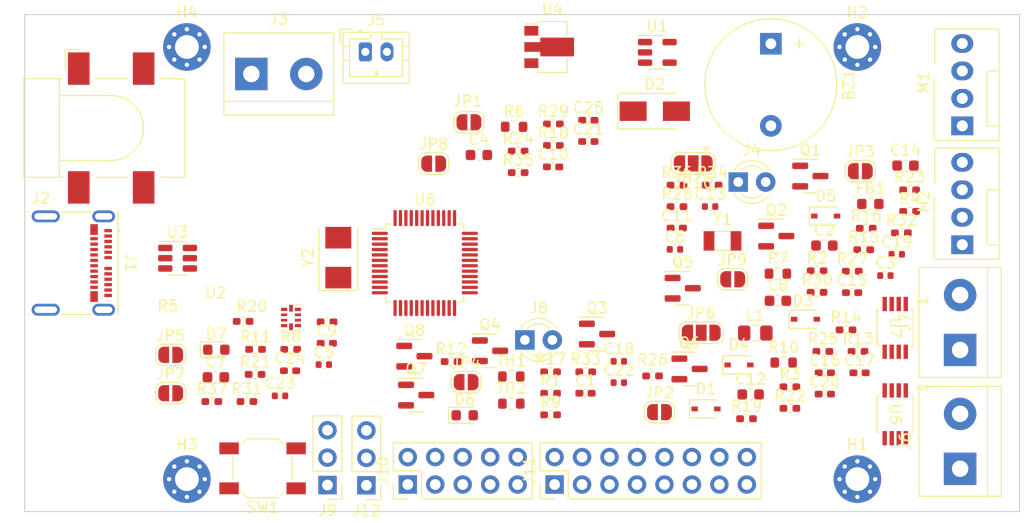
<source format=kicad_pcb>
(kicad_pcb (version 20211014) (generator pcbnew)
  (layers (0 "F.Cu" signal) (31 "B.Cu" signal) (34 "B.Paste" user) (35 "F.Paste" user) (36 "B.SilkS" user "B.Silkscreen") (37 "F.SilkS" user "F.Silkscreen") (38 "B.Mask" user) (39 "F.Mask" user) (44 "Edge.Cuts" user))
  (net 0 "")
  (net 1 "GND")
  (net 2 "+12V")
  (net 3 "/BUZZ_NMOS_OUT")
  (net 4 "VBUS")
  (net 5 "/BUCK_FB")
  (net 6 "FAN1_EN")
  (net 7 "FAN1_TACHO")
  (net 8 "+3V3")
  (net 9 "/SOC_LSC_OSC_OUT")
  (net 10 "RTC_OSCIN")
  (net 11 "/SOC_HSC_OSC_OUT")
  (net 12 "FAN2_EN")
  (net 13 "RCC_OSCIN")
  (net 14 "FAN2_TACHO")
  (net 15 "VDDA")
  (net 16 "TAMPER")
  (net 17 "RESET")
  (net 18 "/BUCK_SW")
  (net 19 "Net-(D2-Pad2)")
  (net 20 "I2C_SDA")
  (net 21 "I2C_SCL")
  (net 22 "/PWRLED_LED")
  (net 23 "/SYSLED_LED")
  (net 24 "SYS_LED_EN")
  (net 25 "/USBCONN_CC1")
  (net 26 "/USBCONN_D+")
  (net 27 "/USBCONN_D-")
  (net 29 "/USBCONN_CC2")
  (net 32 "Net-(J4-Pad1)")
  (net 33 "/VBAT_OR_3V3")
  (net 34 "Net-(J8-Pad1)")
  (net 35 "JTAG_TMS")
  (net 36 "JTAG_TCK")
  (net 37 "JTAG_TDO")
  (net 39 "JTAG_TDI")
  (net 40 "USB_D+")
  (net 41 "USB_D-")
  (net 42 "USB_SWOPEN")
  (net 43 "/PWRLED_R_INT")
  (net 44 "/PWRLED_R_EXT")
  (net 45 "THERMO1_CS")
  (net 46 "THERMO2_CS")
  (net 47 "/SYSLED_R_INT")
  (net 48 "/SYSLED_R_EXT")
  (net 49 "/FAN1PWR_PTC_OUT")
  (net 50 "/FAN1PWM_NMOS_OUT")
  (net 51 "/FAN2PWR_PTC_OUT")
  (net 52 "/FAN2PWM_NMOS_OUT")
  (net 53 "/BUZZ_NMOS_EN")
  (net 54 "12V_IN_DET")
  (net 55 "/BUCK_EN")
  (net 56 "/FAN1PWR_PMOS_OUT")
  (net 57 "/FAN1PWR_PMOS_EN")
  (net 58 "/FAN1PWR_NMOS_EN")
  (net 59 "/FAN1PWM_NMOS_EN")
  (net 60 "/FAN2PWR_PMOS_EN")
  (net 61 "/FAN2PWR_PMOS_OUT")
  (net 62 "/FAN2PWR_NMOS_EN")
  (net 63 "/FAN2PWM_NMOS_EN")
  (net 64 "BUZZ_EN")
  (net 65 "USB_CHGAL")
  (net 66 "FAN1_PWMSENSE")
  (net 67 "FAN1_PWM")
  (net 68 "RTC_OSCOUT")
  (net 69 "RCC_OSCOUT")
  (net 70 "FAN2_PWMSENSE")
  (net 71 "FAN2_PWM")
  (net 72 "BOOT1")
  (net 73 "BOOT0")
  (net 74 "USB_CHGDET")
  (net 75 "THERMO_SCK")
  (net 76 "THERMO_MISO")
  (net 78 "SPI_CS")
  (net 79 "SPI_CLK")
  (net 80 "SPI_MISO")
  (net 81 "SPI_MOSI")
  (net 82 "INTERRUPT")
  (net 86 "/THERMO1_IN+")
  (net 87 "/THERMO2_IN+")
  (net 88 "Net-(R36-Pad1)")
  (net 89 "Net-(R37-Pad1)")
  (footprint "TerminalBlock:TerminalBlock_bornier-2_P5.08mm" (layer "F.Cu") (at 182 76.54 90)
    (fp_text reference "J6" (at 2.54 -5.08 90) (layer "F.SilkS"))
    (fp_text value "THERMO1")
    (pad "1" thru_hole rect (at 0 0 90) (size 3 3) (drill 1.52) (layers *.Cu *.Mask) (net 1 "GND"))
    (pad "2" thru_hole circle (at 5.08 0 90) (size 3 3) (drill 1.52) (layers *.Cu *.Mask) (net 86 "/THERMO1_IN+"))
  )
  (footprint "Package_QFP:LQFP-48_7x7mm_P0.5mm" (layer "F.Cu") (at 132.5 57.5)
    (fp_text reference "U6" (at 0 -5.85) (layer "F.SilkS"))
    (fp_text value "STM32F103C8T6")
    (pad "1" smd roundrect (at -4.1625 -2.75) (size 1.475 0.3) (layers "F.Cu" "F.Paste" "F.Mask") (net 33 "/VBAT_OR_3V3"))
    (pad "2" smd roundrect (at -4.1625 -2.25) (size 1.475 0.3) (layers "F.Cu" "F.Paste" "F.Mask") (net 16 "TAMPER"))
    (pad "3" smd roundrect (at -4.1625 -1.75) (size 1.475 0.3) (layers "F.Cu" "F.Paste" "F.Mask") (net 10 "RTC_OSCIN"))
    (pad "4" smd roundrect (at -4.1625 -1.25) (size 1.475 0.3) (layers "F.Cu" "F.Paste" "F.Mask") (net 68 "RTC_OSCOUT"))
    (pad "5" smd roundrect (at -4.1625 -0.75) (size 1.475 0.3) (layers "F.Cu" "F.Paste" "F.Mask") (net 13 "RCC_OSCIN"))
    (pad "6" smd roundrect (at -4.1625 -0.25) (size 1.475 0.3) (layers "F.Cu" "F.Paste" "F.Mask") (net 69 "RCC_OSCOUT"))
    (pad "7" smd roundrect (at -4.1625 0.25) (size 1.475 0.3) (layers "F.Cu" "F.Paste" "F.Mask") (net 17 "RESET"))
    (pad "8" smd roundrect (at -4.1625 0.75) (size 1.475 0.3) (layers "F.Cu" "F.Paste" "F.Mask") (net 1 "GND"))
    (pad "9" smd roundrect (at -4.1625 1.25) (size 1.475 0.3) (layers "F.Cu" "F.Paste" "F.Mask") (net 15 "VDDA"))
    (pad "10" smd roundrect (at -4.1625 1.75) (size 1.475 0.3) (layers "F.Cu" "F.Paste" "F.Mask") (net 7 "FAN1_TACHO"))
    (pad "11" smd roundrect (at -4.1625 2.25) (size 1.475 0.3) (layers "F.Cu" "F.Paste" "F.Mask") (net 14 "FAN2_TACHO"))
    (pad "12" smd roundrect (at -4.1625 2.75) (size 1.475 0.3) (layers "F.Cu" "F.Paste" "F.Mask") (net 66 "FAN1_PWMSENSE"))
    (pad "13" smd roundrect (at -2.75 4.1625) (size 0.3 1.475) (layers "F.Cu" "F.Paste" "F.Mask") (net 70 "FAN2_PWMSENSE"))
    (pad "14" smd roundrect (at -2.25 4.1625) (size 0.3 1.475) (layers "F.Cu" "F.Paste" "F.Mask") (net 78 "SPI_CS"))
    (pad "15" smd roundrect (at -1.75 4.1625) (size 0.3 1.475) (layers "F.Cu" "F.Paste" "F.Mask") (net 79 "SPI_CLK"))
    (pad "16" smd roundrect (at -1.25 4.1625) (size 0.3 1.475) (layers "F.Cu" "F.Paste" "F.Mask") (net 80 "SPI_MISO"))
    (pad "17" smd roundrect (at -0.75 4.1625) (size 0.3 1.475) (layers "F.Cu" "F.Paste" "F.Mask") (net 81 "SPI_MOSI"))
    (pad "18" smd roundrect (at -0.25 4.1625) (size 0.3 1.475) (layers "F.Cu" "F.Paste" "F.Mask") (net 54 "12V_IN_DET"))
    (pad "19" smd roundrect (at 0.25 4.1625) (size 0.3 1.475) (layers "F.Cu" "F.Paste" "F.Mask") (net 82 "INTERRUPT"))
    (pad "20" smd roundrect (at 0.75 4.1625) (size 0.3 1.475) (layers "F.Cu" "F.Paste" "F.Mask") (net 72 "BOOT1"))
    (pad "21" smd roundrect (at 1.25 4.1625) (size 0.3 1.475) (layers "F.Cu" "F.Paste" "F.Mask") (net 74 "USB_CHGDET"))
    (pad "22" smd roundrect (at 1.75 4.1625) (size 0.3 1.475) (layers "F.Cu" "F.Paste" "F.Mask") (net 45 "THERMO1_CS"))
    (pad "23" smd roundrect (at 2.25 4.1625) (size 0.3 1.475) (layers "F.Cu" "F.Paste" "F.Mask") (net 1 "GND"))
    (pad "24" smd roundrect (at 2.75 4.1625) (size 0.3 1.475) (layers "F.Cu" "F.Paste" "F.Mask") (net 8 "+3V3"))
    (pad "25" smd roundrect (at 4.1625 2.75) (size 1.475 0.3) (layers "F.Cu" "F.Paste" "F.Mask") (net 46 "THERMO2_CS"))
    (pad "26" smd roundrect (at 4.1625 2.25) (size 1.475 0.3) (layers "F.Cu" "F.Paste" "F.Mask") (net 75 "THERMO_SCK"))
    (pad "27" smd roundrect (at 4.1625 1.75) (size 1.475 0.3) (layers "F.Cu" "F.Paste" "F.Mask") (net 76 "THERMO_MISO"))
    (pad "28" smd roundrect (at 4.1625 1.25) (size 1.475 0.3) (layers "F.Cu" "F.Paste" "F.Mask") (net 24 "SYS_LED_EN"))
    (pad "29" smd roundrect (at 4.1625 0.75) (size 1.475 0.3) (layers "F.Cu" "F.Paste" "F.Mask") (net 21 "I2C_SCL"))
    (pad "30" smd roundrect (at 4.1625 0.25) (size 1.475 0.3) (layers "F.Cu" "F.Paste" "F.Mask") (net 20 "I2C_SDA"))
    (pad "31" smd roundrect (at 4.1625 -0.25) (size 1.475 0.3) (layers "F.Cu" "F.Paste" "F.Mask") (net 64 "BUZZ_EN"))
    (pad "32" smd roundrect (at 4.1625 -0.75) (size 1.475 0.3) (layers "F.Cu" "F.Paste" "F.Mask") (net 41 "USB_D-"))
    (pad "33" smd roundrect (at 4.1625 -1.25) (size 1.475 0.3) (layers "F.Cu" "F.Paste" "F.Mask") (net 40 "USB_D+"))
    (pad "34" smd roundrect (at 4.1625 -1.75) (size 1.475 0.3) (layers "F.Cu" "F.Paste" "F.Mask") (net 35 "JTAG_TMS"))
    (pad "35" smd roundrect (at 4.1625 -2.25) (size 1.475 0.3) (layers "F.Cu" "F.Paste" "F.Mask") (net 1 "GND"))
    (pad "36" smd roundrect (at 4.1625 -2.75) (size 1.475 0.3) (layers "F.Cu" "F.Paste" "F.Mask") (net 8 "+3V3"))
    (pad "37" smd roundrect (at 2.75 -4.1625) (size 0.3 1.475) (layers "F.Cu" "F.Paste" "F.Mask") (net 36 "JTAG_TCK"))
    (pad "38" smd roundrect (at 2.25 -4.1625) (size 0.3 1.475) (layers "F.Cu" "F.Paste" "F.Mask") (net 39 "JTAG_TDI"))
    (pad "39" smd roundrect (at 1.75 -4.1625) (size 0.3 1.475) (layers "F.Cu" "F.Paste" "F.Mask") (net 37 "JTAG_TDO"))
    (pad "40" smd roundrect (at 1.25 -4.1625) (size 0.3 1.475) (layers "F.Cu" "F.Paste" "F.Mask") (net 67 "FAN1_PWM"))
    (pad "41" smd roundrect (at 0.75 -4.1625) (size 0.3 1.475) (layers "F.Cu" "F.Paste" "F.Mask") (net 6 "FAN1_EN"))
    (pad "42" smd roundrect (at 0.25 -4.1625) (size 0.3 1.475) (layers "F.Cu" "F.Paste" "F.Mask") (net 71 "FAN2_PWM"))
    (pad "43" smd roundrect (at -0.25 -4.1625) (size 0.3 1.475) (layers "F.Cu" "F.Paste" "F.Mask") (net 12 "FAN2_EN"))
    (pad "44" smd roundrect (at -0.75 -4.1625) (size 0.3 1.475) (layers "F.Cu" "F.Paste" "F.Mask") (net 73 "BOOT0"))
    (pad "45" smd roundrect (at -1.25 -4.1625) (size 0.3 1.475) (layers "F.Cu" "F.Paste" "F.Mask") (net 42 "USB_SWOPEN"))
    (pad "46" smd roundrect (at -1.75 -4.1625) (size 0.3 1.475) (layers "F.Cu" "F.Paste" "F.Mask") (net 65 "USB_CHGAL"))
    (pad "47" smd roundrect (at -2.25 -4.1625) (size 0.3 1.475) (layers "F.Cu" "F.Paste" "F.Mask") (net 1 "GND"))
    (pad "48" smd roundrect (at -2.75 -4.1625) (size 0.3 1.475) (layers "F.Cu" "F.Paste" "F.Mask") (net 8 "+3V3"))
  )
  (footprint "Resistor_SMD:R_0402_1005Metric_Pad0.72x0.64mm_HandSolder" (layer "F.Cu") (at 169.31 65.68)
    (fp_text reference "R25" (at 0 -1.17) (layer "F.SilkS"))
    (fp_text value "1M")
    (pad "1" smd roundrect (at -0.5975 0) (size 0.715 0.64) (layers "F.Cu" "F.Paste" "F.Mask") (net 2 "+12V"))
    (pad "2" smd roundrect (at 0.5975 0) (size 0.715 0.64) (layers "F.Cu" "F.Paste" "F.Mask") (net 60 "/FAN2PWR_PMOS_EN"))
  )
  (footprint "Resistor_SMD:R_0603_1608Metric" (layer "F.Cu") (at 140.5 68)
    (fp_text reference "TH1" (at 0 -1.43) (layer "F.SilkS"))
    (fp_text value "200mA")
    (pad "1" smd roundrect (at -0.825 0) (size 0.8 0.95) (layers "F.Cu" "F.Paste" "F.Mask") (net 49 "/FAN1PWR_PTC_OUT"))
    (pad "2" smd roundrect (at 0.825 0) (size 0.8 0.95) (layers "F.Cu" "F.Paste" "F.Mask") (net 56 "/FAN1PWR_PMOS_OUT"))
  )
  (footprint "Package_TO_SOT_SMD:SOT-23-5" (layer "F.Cu") (at 154 38)
    (fp_text reference "U1" (at 0 -2.4) (layer "F.SilkS"))
    (fp_text value "TPS61040DBV")
    (pad "1" smd roundrect (at -1.1375 -0.95) (size 1.325 0.6) (layers "F.Cu" "F.Paste" "F.Mask") (net 18 "/BUCK_SW"))
    (pad "2" smd roundrect (at -1.1375 0) (size 1.325 0.6) (layers "F.Cu" "F.Paste" "F.Mask") (net 1 "GND"))
    (pad "3" smd roundrect (at -1.1375 0.95) (size 1.325 0.6) (layers "F.Cu" "F.Paste" "F.Mask") (net 5 "/BUCK_FB"))
    (pad "4" smd roundrect (at 1.1375 0.95) (size 1.325 0.6) (layers "F.Cu" "F.Paste" "F.Mask") (net 55 "/BUCK_EN"))
    (pad "5" smd roundrect (at 1.1375 -0.95) (size 1.325 0.6) (layers "F.Cu" "F.Paste" "F.Mask") (net 4 "VBUS"))
  )
  (footprint "Resistor_SMD:R_0402_1005Metric_Pad0.72x0.64mm_HandSolder" (layer "F.Cu") (at 134.9325 66.62)
    (fp_text reference "R12" (at 0 -1.17) (layer "F.SilkS"))
    (fp_text value "100K")
    (pad "1" smd roundrect (at -0.5975 0) (size 0.715 0.64) (layers "F.Cu" "F.Paste" "F.Mask") (net 54 "12V_IN_DET"))
    (pad "2" smd roundrect (at 0.5975 0) (size 0.715 0.64) (layers "F.Cu" "F.Paste" "F.Mask") (net 1 "GND"))
  )
  (footprint "Capacitor_SMD:C_0402_1005Metric" (layer "F.Cu") (at 176.14 56.69)
    (fp_text reference "C19" (at 0 -1.16) (layer "F.SilkS"))
    (fp_text value "1u")
    (pad "1" smd roundrect (at -0.48 0) (size 0.56 0.62) (layers "F.Cu" "F.Paste" "F.Mask") (net 14 "FAN2_TACHO"))
    (pad "2" smd roundrect (at 0.48 0) (size 0.56 0.62) (layers "F.Cu" "F.Paste" "F.Mask") (net 1 "GND"))
  )
  (footprint "Resistor_SMD:R_0402_1005Metric_Pad0.72x0.64mm_HandSolder" (layer "F.Cu") (at 115.7 62.9)
    (fp_text reference "R5" (at -6.96 -1.45) (layer "F.SilkS"))
    (fp_text value "100K")
    (pad "1" smd roundrect (at -0.5975 0) (size 0.715 0.64) (layers "F.Cu" "F.Paste" "F.Mask") (net 4 "VBUS"))
    (pad "2" smd roundrect (at 0.5975 0) (size 0.715 0.64) (layers "F.Cu" "F.Paste" "F.Mask") (net 55 "/BUCK_EN"))
  )
  (footprint "MAX6675ISA:MAX6675ISA" (layer "F.Cu") (at 176 71.5 -90)
    (fp_text reference "U5" (at 0 0 -90 unlocked) (layer "F.SilkS"))
    (fp_text value "MAX6675ISA+")
    (fp_text user "*" (at -2.4638 -2.5244 -90 unlocked) (layer "F.SilkS"))
    (fp_text user "*" (at -2.4638 -2.5244 90) (layer "F.SilkS"))
    (pad "1" smd rect (at -2.2098 -0.974999 270) (size 1.3208 0.4064) (layers "F.Cu" "F.Paste" "F.Mask") (net 1 "GND"))
    (pad "2" smd rect (at -2.2098 -0.325001 270) (size 1.3208 0.4064) (layers "F.Cu" "F.Paste" "F.Mask") (net 1 "GND"))
    (pad "3" smd rect (at -2.2098 0.325001 270) (size 1.3208 0.4064) (layers "F.Cu" "F.Paste" "F.Mask") (net 86 "/THERMO1_IN+"))
    (pad "4" smd rect (at -2.2098 0.974999 270) (size 1.3208 0.4064) (layers "F.Cu" "F.Paste" "F.Mask") (net 8 "+3V3"))
    (pad "5" smd rect (at 2.2098 0.974999 270) (size 1.3208 0.4064) (layers "F.Cu" "F.Paste" "F.Mask") (net 75 "THERMO_SCK"))
    (pad "6" smd rect (at 2.2098 0.325001 270) (size 1.3208 0.4064) (layers "F.Cu" "F.Paste" "F.Mask") (net 45 "THERMO1_CS"))
    (pad "7" smd rect (at 2.2098 -0.325001 270) (size 1.3208 0.4064) (layers "F.Cu" "F.Paste" "F.Mask") (net 76 "THERMO_MISO"))
    (pad "8" smd rect (at 2.2098 -0.974999 270) (size 1.3208 0.4064) (layers "F.Cu" "F.Paste" "F.Mask"))
  )
  (footprint "Resistor_SMD:R_0402_1005Metric_Pad0.72x0.64mm_HandSolder" (layer "F.Cu") (at 155.82 52.28)
    (fp_text reference "R28" (at 0 -1.17) (layer "F.SilkS"))
    (fp_text value "100K")
    (pad "1" smd roundrect (at -0.5975 0) (size 0.715 0.64) (layers "F.Cu" "F.Paste" "F.Mask") (net 1 "GND"))
    (pad "2" smd roundrect (at 0.5975 0) (size 0.715 0.64) (layers "F.Cu" "F.Paste" "F.Mask") (net 62 "/FAN2PWR_NMOS_EN"))
  )
  (footprint "Jumper:SolderJumper-2_P1.3mm_Open_RoundedPad1.0x1.5mm" (layer "F.Cu") (at 136.58 44.47)
    (fp_text reference "JP1" (at -0.08 -1.97) (layer "F.SilkS"))
    (fp_text value "USB_DM_OVER")
    (pad "1" smd custom (at -0.65 0) (size 1 0.5) (layers "F.Cu" "F.Mask") (net 26 "/USBCONN_D+") (options (clearance outline) (anchor rect)) (primitives (gr_circle (center 0 0.25) (end 0.5 0.25) (width 0) (fill yes)) (gr_circle (center 0 -0.25) (end 0.5 -0.25) (width 0) (fill yes)) (gr_poly (pts (xy 0.5 0.75) (xy 0 0.75) (xy 0 -0.75) (xy 0.5 -0.75)) (width 0) (fill yes))))
    (pad "2" smd custom (at 0.65 0) (size 1 0.5) (layers "F.Cu" "F.Mask") (net 40 "USB_D+") (options (clearance outline) (anchor rect)) (primitives (gr_circle (center 0 0.25) (end 0.5 0.25) (width 0) (fill yes)) (gr_circle (center 0 -0.25) (end 0.5 -0.25) (width 0) (fill yes)) (gr_poly (pts (xy 0 0.75) (xy -0.5 0.75) (xy -0.5 -0.75) (xy 0 -0.75)) (width 0) (fill yes))))
  )
  (footprint "Resistor_SMD:R_0603_1608Metric" (layer "F.Cu") (at 165.68 66.71)
    (fp_text reference "R10" (at 0 -1.43) (layer "F.SilkS"))
    (fp_text value "470K")
    (pad "1" smd roundrect (at -0.825 0) (size 0.8 0.95) (layers "F.Cu" "F.Paste" "F.Mask") (net 19 "Net-(D2-Pad2)"))
    (pad "2" smd roundrect (at 0.825 0) (size 0.8 0.95) (layers "F.Cu" "F.Paste" "F.Mask") (net 54 "12V_IN_DET"))
  )
  (footprint "MountingHole:MountingHole_2.2mm_M2_Pad_Via" (layer "F.Cu") (at 172.5 37.5)
    (fp_text reference "H2" (at 0 -3.2) (layer "F.SilkS"))
    (fp_text value "MountingHole_Pad")
    (pad "1" thru_hole circle (at 1.166726 -1.166726) (size 0.7 0.7) (drill 0.4) (layers *.Cu *.Mask) (net 1 "GND"))
    (pad "1" thru_hole circle (at 0 1.65) (size 0.7 0.7) (drill 0.4) (layers *.Cu *.Mask) (net 1 "GND"))
    (pad "1" thru_hole circle (at 0 0) (size 4.4 4.4) (drill 2.2) (layers *.Cu *.Mask) (net 1 "GND"))
    (pad "1" thru_hole circle (at 0 -1.65) (size 0.7 0.7) (drill 0.4) (layers *.Cu *.Mask) (net 1 "GND"))
    (pad "1" thru_hole circle (at -1.166726 1.166726) (size 0.7 0.7) (drill 0.4) (layers *.Cu *.Mask) (net 1 "GND"))
    (pad "1" thru_hole circle (at -1.65 0) (size 0.7 0.7) (drill 0.4) (layers *.Cu *.Mask) (net 1 "GND"))
    (pad "1" thru_hole circle (at -1.166726 -1.166726) (size 0.7 0.7) (drill 0.4) (layers *.Cu *.Mask) (net 1 "GND"))
    (pad "1" thru_hole circle (at 1.166726 1.166726) (size 0.7 0.7) (drill 0.4) (layers *.Cu *.Mask) (net 1 "GND"))
    (pad "1" thru_hole circle (at 1.65 0) (size 0.7 0.7) (drill 0.4) (layers *.Cu *.Mask) (net 1 "GND"))
  )
  (footprint "Resistor_SMD:R_0603_1608Metric" (layer "F.Cu") (at 140.5 70.51)
    (fp_text reference "TH2" (at 0 -1.43) (layer "F.SilkS"))
    (fp_text value "200mA")
    (pad "1" smd roundrect (at -0.825 0) (size 0.8 0.95) (layers "F.Cu" "F.Paste" "F.Mask") (net 51 "/FAN2PWR_PTC_OUT"))
    (pad "2" smd roundrect (at 0.825 0) (size 0.8 0.95) (layers "F.Cu" "F.Paste" "F.Mask") (net 61 "/FAN2PWR_PMOS_OUT"))
  )
  (footprint "Capacitor_SMD:C_0402_1005Metric_Pad0.74x0.62mm_HandSolder" (layer "F.Cu") (at 123.44 64.93)
    (fp_text reference "C9" (at 0 -1.16) (layer "F.SilkS"))
    (fp_text value "15p")
    (pad "1" smd roundrect (at -0.5675 0) (size 0.735 0.62) (layers "F.Cu" "F.Paste" "F.Mask") (net 1 "GND"))
    (pad "2" smd roundrect (at 0.5675 0) (size 0.735 0.62) (layers "F.Cu" "F.Paste" "F.Mask") (net 9 "/SOC_LSC_OSC_OUT"))
  )
  (footprint "Connector:FanPinHeader_1x04_P2.54mm_Vertical" (layer "F.Cu") (at 182.2 55.8 90)
    (fp_text reference "M2" (at 4 -3.55 90) (layer "F.SilkS"))
    (fp_text value "470531000")
    (pad "" np_thru_hole circle (at 5.08 -2.16 180) (size 1.1 1.1) (drill 1.1) (layers *.Cu *.Mask))
    (pad "1" thru_hole rect (at 0 0 180) (size 2.03 1.73) (drill 1.02) (layers *.Cu *.Mask) (net 1 "GND"))
    (pad "2" thru_hole oval (at 2.54 0 180) (size 2.03 1.73) (drill 1.02) (layers *.Cu *.Mask) (net 51 "/FAN2PWR_PTC_OUT"))
    (pad "3" thru_hole oval (at 5.08 0 180) (size 2.03 1.73) (drill 1.02) (layers *.Cu *.Mask) (net 14 "FAN2_TACHO"))
    (pad "4" thru_hole oval (at 7.62 0 180) (size 2.03 1.73) (drill 1.02) (layers *.Cu *.Mask) (net 52 "/FAN2PWM_NMOS_OUT"))
  )
  (footprint "Capacitor_SMD:C_0603_1608Metric" (layer "F.Cu") (at 165.15 60.99)
    (fp_text reference "C8" (at 0 -1.43) (layer "F.SilkS"))
    (fp_text value "10u")
    (pad "1" smd roundrect (at -0.775 0) (size 0.9 0.95) (layers "F.Cu" "F.Paste" "F.Mask") (net 8 "+3V3"))
    (pad "2" smd roundrect (at 0.775 0) (size 0.9 0.95) (layers "F.Cu" "F.Paste" "F.Mask") (net 1 "GND"))
  )
  (footprint "Capacitor_SMD:C_0402_1005Metric" (layer "F.Cu") (at 158.88 52.27)
    (fp_text reference "C13" (at 0 -1.16) (layer "F.SilkS"))
    (fp_text value "1u")
    (pad "1" smd roundrect (at -0.48 0) (size 0.56 0.62) (layers "F.Cu" "F.Paste" "F.Mask") (net 12 "FAN2_EN"))
    (pad "2" smd roundrect (at 0.48 0) (size 0.56 0.62) (layers "F.Cu" "F.Paste" "F.Mask") (net 1 "GND"))
  )
  (footprint "Resistor_SMD:R_0402_1005Metric_Pad0.72x0.64mm_HandSolder" (layer "F.Cu") (at 116.05 70.32)
    (fp_text reference "R31" (at 0 -1.17) (layer "F.SilkS"))
    (fp_text value "100K")
    (pad "1" smd roundrect (at -0.5975 0) (size 0.715 0.64) (layers "F.Cu" "F.Paste" "F.Mask") (net 1 "GND"))
    (pad "2" smd roundrect (at 0.5975 0) (size 0.715 0.64) (layers "F.Cu" "F.Paste" "F.Mask") (net 70 "FAN2_PWMSENSE"))
  )
  (footprint "MountingHole:MountingHole_2.2mm_M2_Pad_Via" (layer "F.Cu") (at 172.5 77.5)
    (fp_text reference "H1" (at 0 -3.2) (layer "F.SilkS"))
    (fp_text value "MountingHole_Pad")
    (pad "1" thru_hole circle (at -1.166726 1.166726) (size 0.7 0.7) (drill 0.4) (layers *.Cu *.Mask) (net 1 "GND"))
    (pad "1" thru_hole circle (at 0 0) (size 4.4 4.4) (drill 2.2) (layers *.Cu *.Mask) (net 1 "GND"))
    (pad "1" thru_hole circle (at -1.166726 -1.166726) (size 0.7 0.7) (drill 0.4) (layers *.Cu *.Mask) (net 1 "GND"))
    (pad "1" thru_hole circle (at 1.65 0) (size 0.7 0.7) (drill 0.4) (layers *.Cu *.Mask) (net 1 "GND"))
    (pad "1" thru_hole circle (at 1.166726 -1.166726) (size 0.7 0.7) (drill 0.4) (layers *.Cu *.Mask) (net 1 "GND"))
    (pad "1" thru_hole circle (at 0 -1.65) (size 0.7 0.7) (drill 0.4) (layers *.Cu *.Mask) (net 1 "GND"))
    (pad "1" thru_hole circle (at -1.65 0) (size 0.7 0.7) (drill 0.4) (layers *.Cu *.Mask) (net 1 "GND"))
    (pad "1" thru_hole circle (at 0 1.65) (size 0.7 0.7) (drill 0.4) (layers *.Cu *.Mask) (net 1 "GND"))
    (pad "1" thru_hole circle (at 1.166726 1.166726) (size 0.7 0.7) (drill 0.4) (layers *.Cu *.Mask) (net 1 "GND"))
  )
  (footprint "Inductor_SMD:L_0603_1608Metric" (layer "F.Cu") (at 173.7 52.03)
    (fp_text reference "FB1" (at 0 -1.43) (layer "F.SilkS"))
    (fp_text value "GZ1608D601TF")
    (pad "1" smd roundrect (at -0.7875 0) (size 0.875 0.95) (layers "F.Cu" "F.Paste" "F.Mask") (net 15 "VDDA"))
    (pad "2" smd roundrect (at 0.7875 0) (size 0.875 0.95) (layers "F.Cu" "F.Paste" "F.Mask") (net 8 "+3V3"))
  )
  (footprint "Resistor_SMD:R_0402_1005Metric_Pad0.72x0.64mm_HandSolder" (layer "F.Cu") (at 159.07 50.29)
    (fp_text reference "R34" (at 0 -1.17) (layer "F.SilkS"))
    (fp_text value "1k5")
    (pad "1" smd roundrect (at -0.5975 0) (size 0.715 0.64) (layers "F.Cu" "F.Paste" "F.Mask") (net 47 "/SYSLED_R_INT"))
    (pad "2" smd roundrect (at 0.5975 0) (size 0.715 0.64) (layers "F.Cu" "F.Paste" "F.Mask") (net 23 "/SYSLED_LED"))
  )
  (footprint "Resistor_SMD:R_0402_1005Metric_Pad0.72x0.64mm_HandSolder" (layer "F.Cu") (at 162.25 71.91)
    (fp_text reference "R19" (at 0 -1.17) (layer "F.SilkS"))
    (fp_text value "100K")
    (pad "1" smd roundrect (at -0.5975 0) (size 0.715 0.64) (layers "F.Cu" "F.Paste" "F.Mask") (net 1 "GND"))
    (pad "2" smd roundrect (at 0.5975 0) (size 0.715 0.64) (layers "F.Cu" "F.Paste" "F.Mask") (net 66 "FAN1_PWMSENSE"))
  )
  (footprint "Package_TO_SOT_SMD:SOT-23" (layer "F.Cu") (at 138.53 65.62)
    (fp_text reference "Q4" (at 0 -2.4) (layer "F.SilkS"))
    (fp_text value "2N7002")
    (pad "1" smd roundrect (at -0.9375 -0.95) (size 1.475 0.6) (layers "F.Cu" "F.Paste" "F.Mask") (net 58 "/FAN1PWR_NMOS_EN"))
    (pad "2" smd roundrect (at -0.9375 0.95) (size 1.475 0.6) (layers "F.Cu" "F.Paste" "F.Mask") (net 1 "GND"))
    (pad "3" smd roundrect (at 0.9375 0) (size 1.475 0.6) (layers "F.Cu" "F.Paste" "F.Mask") (net 57 "/FAN1PWR_PMOS_EN"))
  )
  (footprint "Capacitor_SMD:C_0402_1005Metric_Pad0.74x0.62mm_HandSolder" (layer "F.Cu") (at 169.49 67.66)
    (fp_text reference "C16" (at 0 -1.16) (layer "F.SilkS"))
    (fp_text value "100n")
    (pad "1" smd roundrect (at -0.5675 0) (size 0.735 0.62) (layers "F.Cu" "F.Paste" "F.Mask") (net 8 "+3V3"))
    (pad "2" smd roundrect (at 0.5675 0) (size 0.735 0.62) (layers "F.Cu" "F.Paste" "F.Mask") (net 1 "GND"))
  )
  (footprint "Button_Switch_SMD:SW_SPST_SKQG_WithStem" (layer "F.Cu") (at 117.5 76.5 180)
    (fp_text reference "SW1" (at 0 -3.6) (layer "F.SilkS"))
    (fp_text value "SW_RESET")
    (pad "1" smd rect (at 3.1 -1.85 180) (size 1.8 1.1) (layers "F.Cu" "F.Paste" "F.Mask") (net 1 "GND"))
    (pad "1" smd rect (at -3.1 -1.85 180) (size 1.8 1.1) (layers "F.Cu" "F.Paste" "F.Mask") (net 1 "GND"))
    (pad "2" smd rect (at 3.1 1.85 180) (size 1.8 1.1) (layers "F.Cu" "F.Paste" "F.Mask") (net 17 "RESET"))
    (pad "2" smd rect (at -3.1 1.85 180) (size 1.8 1.1) (layers "F.Cu" "F.Paste" "F.Mask") (net 17 "RESET"))
  )
  (footprint "Connector_USB:USB_C_Receptacle_Molex_105450-0101" (layer "F.Cu") (at 100 57.5 -90)
    (fp_text reference "J1" (at 0 -5.315 -90 unlocked) (layer "F.SilkS"))
    (fp_text value "1054500101")
    (pad "A1" smd rect (at -3 -3.215 270) (size 0.3 0.7) (layers "F.Cu" "F.Paste" "F.Mask") (net 1 "GND"))
    (pad "A2" smd rect (at -2.5 -3.215 270) (size 0.3 0.7) (layers "F.Cu" "F.Paste" "F.Mask"))
    (pad "A3" smd rect (at -2 -3.215 270) (size 0.3 0.7) (layers "F.Cu" "F.Paste" "F.Mask"))
    (pad "A4" smd rect (at -1.5 -3.215 270) (size 0.3 0.7) (layers "F.Cu" "F.Paste" "F.Mask") (net 4 "VBUS"))
    (pad "A5" smd rect (at -1 -3.215 270) (size 0.3 0.7) (layers "F.Cu" "F.Paste" "F.Mask") (net 25 "/USBCONN_CC1"))
    (pad "A6" smd rect (at -0.5 -3.215 270) (size 0.3 0.7) (layers "F.Cu" "F.Paste" "F.Mask") (net 26 "/USBCONN_D+"))
    (pad "A7" smd rect (at 0.5 -3.215 270) (size 0.3 0.7) (layers "F.Cu" "F.Paste" "F.Mask") (net 27 "/USBCONN_D-"))
    (pad "A8" smd rect (at 1 -3.215 270) (size 0.3 0.7) (layers "F.Cu" "F.Paste" "F.Mask"))
    (pad "A9" smd rect (at 1.5 -3.215 270) (size 0.3 0.7) (layers "F.Cu" "F.Paste" "F.Mask") (net 4 "VBUS"))
    (pad "A10" smd rect (at 2 -3.215 270) (size 0.3 0.7) (layers "F.Cu" "F.Paste" "F.Mask"))
    (pad "A11" smd rect (at 2.5 -3.215 270) (size 0.3 0.7) (layers "F.Cu" "F.Paste" "F.Mask"))
    (pad "A12" smd rect (at 3 -3.215 270) (size 0.3 0.7) (layers "F.Cu" "F.Paste" "F.Mask") (net 1 "GND"))
    (pad "B1" smd rect (at 3.1 -1.915 270) (size 1 0.7) (layers "F.Cu" "F.Paste" "F.Mask") (net 1 "GND"))
    (pad "B2" smd rect (at 2.25 -1.915 270) (size 0.3 0.7) (layers "F.Cu" "F.Paste" "F.Mask"))
    (pad "B3" smd rect (at 1.75 -1.915 270) (size 0.3 0.7) (layers "F.Cu" "F.Paste" "F.Mask"))
    (pad "B4" smd rect (at 1.25 -1.915 270) (size 0.3 0.7) (layers "F.Cu" "F.Paste" "F.Mask") (net 4 "VBUS"))
    (pad "B5" smd rect (at 0.75 -1.915 270) (size 0.3 0.7) (layers "F.Cu" "F.Paste" "F.Mask") (net 29 "/USBCONN_CC2"))
    (pad "B6" smd rect (at 0.25 -1.915 270) (size 0.3 0.7) (layers "F.Cu" "F.Paste" "F.Mask") (net 26 "/USBCONN_D+"))
    (pad "B7" smd rect (at -0.25 -1.915 270) (size 0.3 0.7) (layers "F.Cu" "F.Paste" "F.Mask") (net 27 "/USBCONN_D-"))
    (pad "B8" smd rect (at -0.75 -1.915 270) (size 0.3 0.7) (layers "F.Cu" "F.Paste" "F.Mask"))
    (pad "B9" smd rect (at -1.25 -1.915 270) (size 0.3 0.7) (layers "F.Cu" "F.Paste" "F.Mask") (net 4 "VBUS"))
    (pad "B10" smd rect (at -1.75 -1.915 270) (size 0.3 0.7) (layers "F.Cu" "F.Paste" "F.Mask"))
    (pad "B11" smd rect (at -2.25 -1.915 270) (size 0.3 0.7) (layers "F.Cu" "F.Paste" "F.Mask"))
    (pad "B12" smd rect (at -3.1 -1.915 270) (size 1 0.7) (layers "F.Cu" "F.Paste" "F.Mask") (net 1 "GND"))
    (pad "S1" thru_hole oval (at 4.32 -2.805 270) (size 1.1 2.1) (drill oval 0.6 1.6) (layers *.Cu *.Mask))
    (pad "S1" thru_hole oval (at -4.32 2.555 270) (size 1.1 2.6) (drill oval 0.6 2.1) (layers *.Cu *.Mask))
    (pad "S1" thru_hole oval (at 4.32 2.555 270) (size 1.1 2.6) (drill oval 0.6 2.1) (layers *.Cu *.Mask))
    (pad "S1" thru_hole oval (at -4.32 -2.805 270) (size 1.1 2.1) (drill oval 0.6 1.6) (layers *.Cu *.Mask))
  )
  (footprint "Resistor_SMD:R_0402_1005Metric_Pad0.72x0.64mm_HandSolder" (layer "F.Cu") (at 141.13 47.14)
    (fp_text reference "R24" (at 0 -1.17) (layer "F.SilkS"))
    (fp_text value "1k5")
    (pad "1" smd roundrect (at -0.5975 0) (size 0.715 0.64) (layers "F.Cu" "F.Paste" "F.Mask") (net 40 "USB_D+"))
    (pad "2" smd roundrect (at 0.5975 0) (size 0.715 0.64) (layers "F.Cu" "F.Paste" "F.Mask") (net 8 "+3V3"))
  )
  (footprint "Resistor_SMD:R_0402_1005Metric_Pad0.72x0.64mm_HandSolder" (layer "F.Cu") (at 155.82 50.29)
    (fp_text reference "R36" (at 0 -1.17) (layer "F.SilkS"))
    (fp_text value "10K")
    (pad "1" smd roundrect (at -0.5975 0) (size 0.715 0.64) (layers "F.Cu" "F.Paste" "F.Mask") (net 88 "Net-(R36-Pad1)"))
    (pad "2" smd roundrect (at 0.5975 0) (size 0.715 0.64) (layers "F.Cu" "F.Paste" "F.Mask") (net 72 "BOOT1"))
  )
  (footprint "Resistor_SMD:R_0402_1005Metric_Pad0.72x0.64mm_HandSolder" (layer "F.Cu") (at 144.13 69.56)
    (fp_text reference "R1" (at 0 -1.17) (layer "F.SilkS"))
    (fp_text value "100")
    (pad "1" smd roundrect (at -0.5975 0) (size 0.715 0.64) (layers "F.Cu" "F.Paste" "F.Mask") (net 64 "BUZZ_EN"))
    (pad "2" smd roundrect (at 0.5975 0) (size 0.715 0.64) (layers "F.Cu" "F.Paste" "F.Mask") (net 53 "/BUZZ_NMOS_EN"))
  )
  (footprint "LED_THT:LED_D3.0mm" (layer "F.Cu") (at 161.48 50)
    (fp_text reference "J4" (at 1.27 -2.96) (layer "F.SilkS"))
    (fp_text value "PWR_LED")
    (pad "1" thru_hole rect (at 0 0) (size 1.8 1.8) (drill 0.9) (layers *.Cu *.Mask) (net 32 "Net-(J4-Pad1)"))
    (pad "2" thru_hole circle (at 2.54 0) (size 1.8 1.8) (drill 0.9) (layers *.Cu *.Mask) (net 8 "+3V3"))
  )
  (footprint "Resistor_SMD:R_0402_1005Metric_Pad0.72x0.64mm_HandSolder" (layer "F.Cu") (at 116.85 65.49)
    (fp_text reference "R11" (at 0 -1.17) (layer "F.SilkS"))
    (fp_text value "100K")
    (pad "1" smd roundrect (at -0.5975 0) (size 0.715 0.64) (layers "F.Cu" "F.Paste" "F.Mask") (net 1 "GND"))
    (pad "2" smd roundrect (at 0.5975 0) (size 0.715 0.64) (layers "F.Cu" "F.Paste" "F.Mask") (net 58 "/FAN1PWR_NMOS_EN"))
  )
  (footprint "Resistor_SMD:R_0402_1005Metric_Pad0.72x0.64mm_HandSolder" (layer "F.Cu") (at 123.46 62.95)
    (fp_text reference "R20" (at -6.96 -1.45) (layer "F.SilkS"))
    (fp_text value "100K")
    (pad "1" smd roundrect (at -0.5975 0) (size 0.715 0.64) (layers "F.Cu" "F.Paste" "F.Mask") (net 1 "GND"))
    (pad "2" smd roundrect (at 0.5975 0) (size 0.715 0.64) (layers "F.Cu" "F.Paste" "F.Mask") (net 59 "/FAN1PWM_NMOS_EN"))
  )
  (footprint "Connector_PinHeader_2.54mm:PinHeader_2x08_P2.54mm_Vertical" (layer "F.Cu") (at 144.5 78 90)
    (fp_text reference "J11" (at 1.27 -2.33 90) (layer "F.SilkS"))
    (fp_text value "DATA_CONN")
    (pad "1" thru_hole rect (at 0 0 90) (size 1.7 1.7) (drill 1) (layers *.Cu *.Mask) (net 1 "GND"))
    (pad "2" thru_hole oval (at 2.54 0 90) (size 1.7 1.7) (drill 1) (layers *.Cu *.Mask) (net 20 "I2C_SDA"))
    (pad "3" thru_hole oval (at 0 2.54 90) (size 1.7 1.7) (drill 1) (layers *.Cu *.Mask) (net 21 "I2C_SCL"))
    (pad "4" thru_hole oval (at 2.54 2.54 90) (size 1.7 1.7) (drill 1) (layers *.Cu *.Mask) (net 82 "INTERRUPT"))
    (pad "5" thru_hole oval (at 0 5.08 90) (size 1.7 1.7) (drill 1) (layers *.Cu *.Mask) (net 16 "TAMPER"))
    (pad "6" thru_hole oval (at 2.54 5.08 90) (size 1.7 1.7) (drill 1) (layers *.Cu *.Mask))
    (pad "7" thru_hole oval (at 0 7.62 90) (size 1.7 1.7) (drill 1) (layers *.Cu *.Mask))
    (pad "8" thru_hole oval (at 2.54 7.62 90) (size 1.7 1.7) (drill 1) (layers *.Cu *.Mask) (net 8 "+3V3"))
    (pad "9" thru_hole oval (at 0 10.16 90) (size 1.7 1.7) (drill 1) (layers *.Cu *.Mask) (net 79 "SPI_CLK"))
    (pad "10" thru_hole oval (at 2.54 10.16 90) (size 1.7 1.7) (drill 1) (layers *.Cu *.Mask) (net 1 "GND"))
    (pad "11" thru_hole oval (at 0 12.7 90) (size 1.7 1.7) (drill 1) (layers *.Cu *.Mask) (net 80 "SPI_MISO"))
    (pad "12" thru_hole oval (at 2.54 12.7 90) (size 1.7 1.7) (drill 1) (layers *.Cu *.Mask) (net 1 "GND"))
    (pad "13" thru_hole oval (at 0 15.24 90) (size 1.7 1.7) (drill 1) (layers *.Cu *.Mask) (net 81 "SPI_MOSI"))
    (pad "14" thru_hole oval (at 2.54 15.24 90) (size 1.7 1.7) (drill 1) (layers *.Cu *.Mask) (net 78 "SPI_CS"))
    (pad "15" thru_hole oval (at 0 17.78 90) (size 1.7 1.7) (drill 1) (layers *.Cu *.Mask) (net 17 "RESET"))
    (pad "16" thru_hole oval (at 2.54 17.78 90) (size 1.7 1.7) (drill 1) (layers *.Cu *.Mask) (net 1 "GND"))
  )
  (footprint "MountingHole:MountingHole_2.2mm_M2_Pad_Via" (layer "F.Cu") (at 110.5 77.5)
    (fp_text reference "H3" (at 0 -3.2) (layer "F.SilkS"))
    (fp_text value "MountingHole_Pad")
    (pad "1" thru_hole circle (at 1.65 0) (size 0.7 0.7) (drill 0.4) (layers *.Cu *.Mask) (net 1 "GND"))
    (pad "1" thru_hole circle (at -1.65 0) (size 0.7 0.7) (drill 0.4) (layers *.Cu *.Mask) (net 1 "GND"))
    (pad "1" thru_hole circle (at -1.166726 1.166726) (size 0.7 0.7) (drill 0.4) (layers *.Cu *.Mask) (net 1 "GND"))
    (pad "1" thru_hole circle (at 1.166726 1.166726) (size 0.7 0.7) (drill 0.4) (layers *.Cu *.Mask) (net 1 "GND"))
    (pad "1" thru_hole circle (at 0 -1.65) (size 0.7 0.7) (drill 0.4) (layers *.Cu *.Mask) (net 1 "GND"))
    (pad "1" thru_hole circle (at 1.166726 -1.166726) (size 0.7 0.7) (drill 0.4) (layers *.Cu *.Mask) (net 1 "GND"))
    (pad "1" thru_hole circle (at -1.166726 -1.166726) (size 0.7 0.7) (drill 0.4) (layers *.Cu *.Mask) (net 1 "GND"))
    (pad "1" thru_hole circle (at 0 0) (size 4.4 4.4) (drill 2.2) (layers *.Cu *.Mask) (net 1 "GND"))
    (pad "1" thru_hole circle (at 0 1.65) (size 0.7 0.7) (drill 0.4) (layers *.Cu *.Mask) (net 1 "GND"))
  )
  (footprint "Package_TO_SOT_SMD:SOT-23" (layer "F.Cu") (at 168.15 49.45)
    (fp_text reference "Q1" (at 0 -2.4) (layer "F.SilkS"))
    (fp_text value "2N7002")
    (pad "1" smd roundrect (at -0.9375 -0.95) (size 1.475 0.6) (layers "F.Cu" "F.Paste" "F.Mask") (net 53 "/BUZZ_NMOS_EN"))
    (pad "2" smd roundrect (at -0.9375 0.95) (size 1.475 0.6) (layers "F.Cu" "F.Paste" "F.Mask") (net 1 "GND"))
    (pad "3" smd roundrect (at 0.9375 0) (size 1.475 0.6) (layers "F.Cu" "F.Paste" "F.Mask") (net 3 "/BUZZ_NMOS_OUT"))
  )
  (footprint "Resistor_SMD:R_0402_1005Metric_Pad0.72x0.64mm_HandSolder" (layer "F.Cu") (at 144.13 71.55)
    (fp_text reference "R9" (at 0 -1.17) (layer "F.SilkS"))
    (fp_text value "100")
    (pad "1" smd roundrect (at -0.5975 0) (size 0.715 0.64) (layers "F.Cu" "F.Paste" "F.Mask") (net 6 "FAN1_EN"))
    (pad "2" smd roundrect (at 0.5975 0) (size 0.715 0.64) (layers "F.Cu" "F.Paste" "F.Mask") (net 58 "/FAN1PWR_NMOS_EN"))
  )
  (footprint "Resistor_SMD:R_0402_1005Metric_Pad0.72x0.64mm_HandSolder" (layer "F.Cu") (at 168.78 58.22)
    (fp_text reference "R2" (at 0 -1.17) (layer "F.SilkS"))
    (fp_text value "100K")
    (pad "1" smd roundrect (at -0.5975 0) (size 0.715 0.64) (layers "F.Cu" "F.Paste" "F.Mask") (net 1 "GND"))
    (pad "2" smd roundrect (at 0.5975 0) (size 0.715 0.64) (layers "F.Cu" "F.Paste" "F.Mask") (net 53 "/BUZZ_NMOS_EN"))
  )
  (footprint "Resistor_SMD:R_0402_1005Metric_Pad0.72x0.64mm_HandSolder" (layer "F.Cu") (at 144.39 46.62)
    (fp_text reference "R18" (at 0 -1.17) (layer "F.SilkS"))
    (fp_text value "100")
    (pad "1" smd roundrect (at -0.5975 0) (size 0.715 0.64) (layers "F.Cu" "F.Paste" "F.Mask") (net 67 "FAN1_PWM"))
    (pad "2" smd roundrect (at 0.5975 0) (size 0.715 0.64) (layers "F.Cu" "F.Paste" "F.Mask") (net 59 "/FAN1PWM_NMOS_EN"))
  )
  (footprint "Resistor_SMD:R_0402_1005Metric_Pad0.72x0.64mm_HandSolder" (layer "F.Cu") (at 144.13 67.57)
    (fp_text reference "R17" (at 0 -1.17) (layer "F.SilkS"))
    (fp_text value "4K7")
    (pad "1" smd roundrect (at -0.5975 0) (size 0.715 0.64) (layers "F.Cu" "F.Paste" "F.Mask") (net 21 "I2C_SCL"))
    (pad "2" smd roundrect (at 0.5975 0) (size 0.715 0.64) (layers "F.Cu" "F.Paste" "F.Mask") (net 8 "+3V3"))
  )
  (footprint "Capacitor_SMD:C_0603_1608Metric" (layer "F.Cu") (at 113.18 68.07)
    (fp_text reference "C7" (at 0 -1.43) (layer "F.SilkS"))
    (fp_text value "10u")
    (pad "1" smd roundrect (at -0.775 0) (size 0.9 0.95) (layers "F.Cu" "F.Paste" "F.Mask") (net 2 "+12V"))
    (pad "2" smd roundrect (at 0.775 0) (size 0.9 0.95) (layers "F.Cu" "F.Paste" "F.Mask") (net 1 "GND"))
  )
  (footprint "Resistor_SMD:R_0402_1005Metric_Pad0.72x0.64mm_HandSolder" (layer "F.Cu") (at 120.1 65.49)
    (fp_text reference "R8" (at 0 -1.17) (layer "F.SilkS"))
    (fp_text value "1M")
    (pad "1" smd roundrect (at -0.5975 0) (size 0.715 0.64) (layers "F.Cu" "F.Paste" "F.Mask") (net 2 "+12V"))
    (pad "2" smd roundrect (at 0.5975 0) (size 0.715 0.64) (layers "F.Cu" "F.Paste" "F.Mask") (net 57 "/FAN1PWR_PMOS_EN"))
  )
  (footprint "Connector_PinHeader_2.54mm:PinHeader_1x03_P2.54mm_Vertical" (layer "F.Cu") (at 123.5 78.05 180)
    (fp_text reference "J9" (at 0 -2.33) (layer "F.SilkS"))
    (fp_text value "BOOT1_MODE")
    (pad "1" thru_hole rect (at 0 0 180) (size 1.7 1.7) (drill 1) (layers F&B.Cu *.Mask) (net 1 "GND"))
    (pad "2" thru_hole oval (at 0 2.54 180) (size 1.7 1.7) (drill 1) (layers F&B.Cu *.Mask) (net 88 "Net-(R36-Pad1)"))
    (pad "3" thru_hole oval (at 0 5.08 180) (size 1.7 1.7) (drill 1) (layers F&B.Cu *.Mask) (net 8 "+3V3"))
  )
  (footprint "Capacitor_SMD:C_0402_1005Metric" (layer "F.Cu") (at 175.09 58.66)
    (fp_text reference "C3" (at 0 -1.16) (layer "F.SilkS"))
    (fp_text value "10p")
    (pad "1" smd roundrect (at -0.48 0) (size 0.56 0.62) (layers "F.Cu" "F.Paste" "F.Mask") (net 2 "+12V"))
    (pad "2" smd roundrect (at 0.48 0) (size 0.56 0.62) (layers "F.Cu" "F.Paste" "F.Mask") (net 5 "/BUCK_FB"))
  )
  (footprint "Capacitor_SMD:C_0603_1608Metric" (layer "F.Cu") (at 176.95 48.48)
    (fp_text reference "C14" (at 0 -1.43) (layer "F.SilkS"))
    (fp_text value "30p")
    (pad "1" smd roundrect (at -0.775 0) (size 0.9 0.95) (layers "F.Cu" "F.Paste" "F.Mask") (net 13 "RCC_OSCIN"))
    (pad "2" smd roundrect (at 0.775 0) (size 0.9 0.95) (layers "F.Cu" "F.Paste" "F.Mask") (net 1 "GND"))
  )
  (footprint "Capacitor_SMD:C_0402_1005Metric_Pad0.74x0.62mm_HandSolder" (layer "F.Cu") (at 144.36 48.6)
    (fp_text reference "C10" (at 0 -1.16) (layer "F.SilkS"))
    (fp_text value "15p")
    (pad "1" smd roundrect (at -0.5675 0) (size 0.735 0.62) (layers "F.Cu" "F.Paste" "F.Mask") (net 10 "RTC_OSCIN"))
    (pad "2" smd roundrect (at 0.5675 0) (size 0.735 0.62) (layers "F.Cu" "F.Paste" "F.Mask") (net 1 "GND"))
  )
  (footprint "Connector_PinHeader_2.54mm:PinHeader_2x05_P2.54mm_Vertical" (layer "F.Cu") (at 130.925 78 90)
    (fp_text reference "J10" (at 1.27 -2.33 90) (layer "F.SilkS"))
    (fp_text value "JTAG_CONN")
    (pad "1" thru_hole rect (at 0 0 90) (size 1.7 1.7) (drill 1) (layers *.Cu *.Mask) (net 1 "GND"))
    (pad "2" thru_hole oval (at 2.54 0 90) (size 1.7 1.7) (drill 1) (layers *.Cu *.Mask) (net 35 "JTAG_TMS"))
    (pad "3" thru_hole oval (at 0 2.54 90) (size 1.7 1.7) (drill 1) (layers *.Cu *.Mask) (net 1 "GND"))
    (pad "4" thru_hole oval (at 2.54 2.54 90) (size 1.7 1.7) (drill 1) (layers *.Cu *.Mask) (net 36 "JTAG_TCK"))
    (pad "5" thru_hole oval (at 0 5.08 90) (size 1.7 1.7) (drill 1) (layers *.Cu *.Mask) (net 1 "GND"))
    (pad "6" thru_hole oval (at 2.54 5.08 90) (size 1.7 1.7) (drill 1) (layers *.Cu *.Mask) (net 37 "JTAG_TDO"))
    (pad "7" thru_hole oval (at 0 7.62 90) (size 1.7 1.7) (drill 1) (layers *.Cu *.Mask))
    (pad "8" thru_hole oval (at 2.54 7.62 90) (size 1.7 1.7) (drill 1) (layers *.Cu *.Mask) (net 39 "JTAG_TDI"))
    (pad "9" thru_hole oval (at 0 10.16 90) (size 1.7 1.7) (drill 1) (layers *.Cu *.Mask) (net 1 "GND"))
    (pad "10" thru_hole oval (at 2.54 10.16 90) (size 1.7 1.7) (drill 1) (layers *.Cu *.Mask) (net 17 "RESET"))
  )
  (footprint "Diode_SMD:D_SOD-323" (layer "F.Cu") (at 169.57 53.15)
    (fp_text reference "D5" (at 0 -1.85) (layer "F.SilkS"))
    (fp_text value "1N5819WS")
    (pad "1" smd rect (at -1.05 0) (size 0.6 0.45) (layers "F.Cu" "F.Paste" "F.Mask") (net 2 "+12V"))
    (pad "2" smd rect (at 1.05 0) (size 0.6 0.45) (layers "F.Cu" "F.Paste" "F.Mask") (net 4 "VBUS"))
  )
  (footprint "Resistor_SMD:R_0402_1005Metric_Pad0.72x0.64mm_HandSolder" (layer "F.Cu") (at 177.33 50.73)
    (fp_text reference "R23" (at 0 -1.17) (layer "F.SilkS"))
    (fp_text value "0")
    (pad "1" smd roundrect (at -0.5975 0) (size 0.715 0.64) (layers "F.Cu" "F.Paste" "F.Mask") (net 9 "/SOC_LSC_OSC_OUT"))
    (pad "2" smd roundrect (at 0.5975 0) (size 0.715 0.64) (layers "F.Cu" "F.Paste" "F.Mask") (net 68 "RTC_OSCOUT"))
  )
  (footprint "Connector_JST:JST_PH_B2B-PH-K_1x02_P2.00mm_Vertical" (layer "F.Cu") (at 127 37.95)
    (fp_text reference "J5" (at 1 -2.9) (layer "F.SilkS"))
    (fp_text value "VBAT")
    (pad "1" thru_hole roundrect (at 0 0) (size 1.2 1.75) (drill 0.75) (layers *.Cu *.Mask) (roundrect_rratio 0.2083333333) (net 1 "GND"))
    (pad "2" thru_hole oval (at 2 0) (size 1.2 1.75) (drill 0.75) (layers *.Cu *.Mask) (net 33 "/VBAT_OR_3V3"))
  )
  (footprint "Capacitor_SMD:C_0402_1005Metric_Pad0.74x0.62mm_HandSolder" (layer "F.Cu") (at 147.62 46.25)
    (fp_text reference "C21" (at 0 -1.16) (layer "F.SilkS"))
    (fp_text value "10n")
    (pad "1" smd roundrect (at -0.5675 0) (size 0.735 0.62) (layers "F.Cu" "F.Paste" "F.Mask") (net 15 "VDDA"))
    (pad "2" smd roundrect (at 0.5675 0) (size 0.735 0.62) (layers "F.Cu" "F.Paste" "F.Mask") (net 1 "GND"))
  )
  (footprint "Inductor_SMD:L_0805_2012Metric_Pad1.15x1.40mm_HandSolder" (layer "F.Cu") (at 163.06 63.98)
    (fp_text reference "L1" (at 0 -1.65) (layer "F.SilkS"))
    (fp_text value "10uH")
    (pad "1" smd roundrect (at -1.025 0) (size 1.15 1.4) (layers "F.Cu" "F.Paste" "F.Mask") (roundrect_rratio 0.2173913043) (net 4 "VBUS"))
    (pad "2" smd roundrect (at 1.025 0) (size 1.15 1.4) (layers "F.Cu" "F.Paste" "F.Mask") (roundrect_rratio 0.2173913043) (net 18 "/BUCK_SW"))
  )
  (footprint "Capacitor_SMD:C_0402_1005Metric_Pad0.74x0.62mm_HandSolder" (layer "F.Cu") (at 147.62 44.28)
    (fp_text reference "C25" (at 0 -1.16) (layer "F.SilkS"))
    (fp_text value "100n")
    (pad "1" smd roundrect (at -0.5675 0) (size 0.735 0.62) (layers "F.Cu" "F.Paste" "F.Mask") (net 1 "GND"))
    (pad "2" smd roundrect (at 0.5675 0) (size 0.735 0.62) (layers "F.Cu" "F.Paste" "F.Mask") (net 17 "RESET"))
  )
  (footprint "Diode_SMD:D_0603_1608Metric" (layer "F.Cu") (at 113.22 65.52)
    (fp_text reference "D7" (at 0 -1.43) (layer "F.SilkS"))
    (fp_text value "SYS_LED")
    (pad "1" smd roundrect (at -0.7875 0) (size 0.875 0.95) (layers "F.Cu" "F.Paste" "F.Mask") (net 23 "/SYSLED_LED"))
    (pad "2" smd roundrect (at 0.7875 0) (size 0.875 0.95) (layers "F.Cu" "F.Paste" "F.Mask") (net 24 "SYS_LED_EN"))
  )
  (footprint "Package_TO_SOT_SMD:SOT-23" (layer "F.Cu") (at 156.35 59.83)
    (fp_text reference "Q5" (at 0 -2.4) (layer "F.SilkS"))
    (fp_text value "2N7002")
    (pad "1" smd roundrect (at -0.9375 -0.95) (size 1.475 0.6) (layers "F.Cu" "F.Paste" "F.Mask") (net 59 "/FAN1PWM_NMOS_EN"))
    (pad "2" smd roundrect (at -0.9375 0.95) (size 1.475 0.6) (layers "F.Cu" "F.Paste" "F.Mask") (net 1 "GND"))
    (pad "3" smd roundrect (at 0.9375 0) (size 1.475 0.6) (layers "F.Cu" "F.Paste" "F.Mask") (net 50 "/FAN1PWM_NMOS_OUT"))
  )
  (footprint "Resistor_SMD:R_0402_1005Metric_Pad0.72x0.64mm_HandSolder" (layer "F.Cu") (at 172.56 65.68)
    (fp_text reference "R13" (at 0 -1.17) (layer "F.SilkS"))
    (fp_text value "5.1K")
    (pad "1" smd roundrect (at -0.5975 0) (size 0.715 0.64) (layers "F.Cu" "F.Paste" "F.Mask") (net 29 "/USBCONN_CC2"))
    (pad "2" smd roundrect (at 0.5975 0) (size 0.715 0.64) (layers "F.Cu" "F.Paste" "F.Mask") (net 1 "GND"))
  )
  (footprint "Jumper:SolderJumper-3_P1.3mm_Open_RoundedPad1.0x1.5mm" (layer "F.Cu") (at 158.06 63.95)
    (fp_text reference "JP6" (at 0 -1.8) (layer "F.SilkS"))
    (fp_text value "PWR_LED_SEL")
    (pad "1" smd custom (at -1.3 0) (size 1 0.5) (layers "F.Cu" "F.Mask") (net 43 "/PWRLED_R_INT") (options (clearance outline) (anchor rect)) (primitives (gr_circle (center 0 0.25) (end 0.5 0.25) (width 0) (fill yes)) (gr_circle (center 0 -0.25) (end 0.5 -0.25) (width 0) (fill yes)) (gr_poly (pts (xy 0.55 0.75) (xy 0 0.75) (xy 0 -0.75) (xy 0.55 -0.75)) (width 0) (fill yes))))
    (pad "2" smd rect (at 0 0) (size 1 1.5) (layers "F.Cu" "F.Mask") (net 1 "GND"))
    (pad "3" smd custom (at 1.3 0) (size 1 0.5) (layers "F.Cu" "F.Mask") (net 44 "/PWRLED_R_EXT") (options (clearance outline) (anchor rect)) (primitives (gr_circle (center 0 0.25) (end 0.5 0.25) (width 0) (fill yes)) (gr_circle (center 0 -0.25) (end 0.5 -0.25) (width 0) (fill yes)) (gr_poly (pts (xy 0 0.75) (xy -0.55 0.75) (xy -0.55 -0.75) (xy 0 -0.75)) (width 0) (fill yes))))
  )
  (footprint "Resistor_SMD:R_0402_1005Metric_Pad0.72x0.64mm_HandSolder" (layer "F.Cu") (at 166.26 68.96)
    (fp_text reference "R3" (at 0 -1.17) (layer "F.SilkS"))
    (fp_text value "47K")
    (pad "1" smd roundrect (at -0.5975 0) (size 0.715 0.64) (layers "F.Cu" "F.Paste" "F.Mask") (net 4 "VBUS"))
    (pad "2" smd roundrect (at 0.5975 0) (size 0.715 0.64) (layers "F.Cu" "F.Paste" "F.Mask") (net 42 "USB_SWOPEN"))
  )
  (footprint "Resistor_SMD:R_0402_1005Metric_Pad0.72x0.64mm_HandSolder" (layer "F.Cu") (at 141.13 49.13)
    (fp_text reference "R35" (at 0 -1.17) (layer "F.SilkS"))
    (fp_text value "10k")
    (pad "1" smd roundrect (at -0.5975 0) (size 0.715 0.64) (layers "F.Cu" "F.Paste" "F.Mask") (net 8 "+3V3"))
    (pad "2" smd roundrect (at 0.5975 0) (size 0.715 0.64) (layers "F.Cu" "F.Paste" "F.Mask") (net 16 "TAMPER"))
  )
  (footprint "Capacitor_SMD:C_0402_1005Metric_Pad0.74x0.62mm_HandSolder" (layer "F.Cu") (at 172.7 67.66)
    (fp_text reference "C17" (at 0 -1.16) (layer "F.SilkS"))
    (fp_text value "100n")
    (pad "1" smd roundrect (at -0.5675 0) (size 0.735 0.62) (layers "F.Cu" "F.Paste" "F.Mask") (net 8 "+3V3"))
    (pad "2" smd roundrect (at 0.5675 0) (size 0.735 0.62) (layers "F.Cu" "F.Paste" "F.Mask") (net 1 "GND"))
  )
  (footprint "Capacitor_SMD:C_0402_1005Metric" (layer "F.Cu") (at 150.44 68.57)
    (fp_text reference "C22" (at 0 -1.16) (layer "F.SilkS"))
    (fp_text value "1u")
    (pad "1" smd roundrect (at -0.48 0) (size 0.56 0.62) (layers "F.Cu" "F.Paste" "F.Mask") (net 15 "VDDA"))
    (pad "2" smd roundrect (at 0.48 0) (size 0.56 0.62) (layers "F.Cu" "F.Paste" "F.Mask") (net 1 "GND"))
  )
  (footprint "Capacitor_SMD:C_0402_1005Metric_Pad0.74x0.62mm_HandSolder" (layer "F.Cu") (at 120.04 67.47)
    (fp_text reference "C24" (at 0 -1.16) (layer "F.SilkS"))
    (fp_text value "100n")
    (pad "1" smd roundrect (at -0.5675 0) (size 0.735 0.62) (layers "F.Cu" "F.Paste" "F.Mask") (net 1 "GND"))
    (pad "2" smd roundrect (at 0.5675 0) (size 0.735 0.62) (layers "F.Cu" "F.Paste" "F.Mask") (net 16 "TAMPER"))
  )
  (footprint "Resistor_SMD:R_0402_1005Metric_Pad0.72x0.64mm_HandSolder" (layer "F.Cu") (at 173.08 56.27)
    (fp_text reference "R15" (at 0 -1.17) (layer "F.SilkS"))
    (fp_text value "100K")
    (pad "1" smd roundrect (at -0.5975 0) (size 0.715 0.64) (layers "F.Cu" "F.Paste" "F.Mask") (net 66 "FAN1_PWMSENSE"))
    (pad "2" smd roundrect (at 0.5975 0) (size 0.715 0.64) (layers "F.Cu" "F.Paste" "F.Mask") (net 50 "/FAN1PWM_NMOS_OUT"))
  )
  (footprint "Connector:FanPinHeader_1x04_P2.54mm_Vertical" (layer "F.Cu") (at 182.2 44.8 90)
    (fp_text reference "M1" (at 4 -3.55 90) (layer "F.SilkS"))
    (fp_text value "470531000")
    (pad "" np_thru_hole circle (at 5.08 -2.16 180) (size 1.1 1.1) (drill 1.1) (layers *.Cu *.Mask))
    (pad "1" thru_hole rect (at 0 0 180) (size 2.03 1.73) (drill 1.02) (layers *.Cu *.Mask) (net 1 "GND"))
    (pad "2" thru_hole oval (at 2.54 0 180) (size 2.03 1.73) (drill 1.02) (layers *.Cu *.Mask) (net 49 "/FAN1PWR_PTC_OUT"))
    (pad "3" thru_hole oval (at 5.08 0 180) (size 2.03 1.73) (drill 1.02) (layers *.Cu *.Mask) (net 7 "FAN1_TACHO"))
    (pad "4" thru_hole oval (at 7.62 0 180) (size 2.03 1.73) (drill 1.02) (layers *.Cu *.Mask) (net 50 "/FAN1PWM_NMOS_OUT"))
  )
  (footprint "Resistor_SMD:R_0402_1005Metric_Pad0.72x0.64mm_HandSolder" (layer "F.Cu") (at 168.78 60.21)
    (fp_text reference "R30" (at 0 -1.17) (layer "F.SilkS"))
    (fp_text value "100")
    (pad "1" smd roundrect (at -0.5975 0) (size 0.715 0.64) (layers "F.Cu" "F.Paste" "F.Mask") (net 71 "FAN2_PWM"))
    (pad "2" smd roundrect (at 0.5975 0) (size 0.715 0.64) (layers "F.Cu" "F.Paste" "F.Mask") (net 63 "/FAN2PWM_NMOS_EN"))
  )
  (footprint "Jumper:SolderJumper-2_P1.3mm_Open_RoundedPad1.0x1.5mm" (layer "F.Cu") (at 154.2 71.3)
    (fp_text reference "JP2" (at 0 -1.8) (layer "F.SilkS"))
    (fp_text value "USB_DP_OVER")
    (pad "1" smd custom (at -0.65 0) (size 1 0.5) (layers "F.Cu" "F.Mask") (net 27 "/USBCONN_D-") (options (clearance outline) (anchor rect)) (primitives (gr_circle (center 0 0.25) (end 0.5 0.25) (width 0) (fill yes)) (gr_circle (center 0 -0.25) (end 0.5 -0.25) (width 0) (fill yes)) (gr_poly (pts (xy 0.5 0.75) (xy 0 0.75) (xy 0 -0.75) (xy 0.5 -0.75)) (width 0) (fill yes))))
    (pad "2" smd custom (at 0.65 0) (size 1 0.5) (layers "F.Cu" "F.Mask") (net 41 "USB_D-") (options (clearance outline) (anchor rect)) (primitives (gr_circle (center 0 0.25) (end 0.5 0.25) (width 0) (fill yes)) (gr_circle (center 0 -0.25) (end 0.5 -0.25) (width 0) (fill yes)) (gr_poly (pts (xy 0 0.75) (xy -0.5 0.75) (xy -0.5 -0.75) (xy 0 -0.75)) (width 0) (fill yes))))
  )
  (footprint "Resistor_SMD:R_0402_1005Metric_Pad0.72x0.64mm_HandSolder" (layer "F.Cu") (at 172.03 58.26)
    (fp_text reference "R27" (at 0 -1.17) (layer "F.SilkS"))
    (fp_text value "100")
    (pad "1" smd roundrect (at -0.5975 0) (size 0.715 0.64) (layers "F.Cu" "F.Paste" "F.Mask") (net 12 "FAN2_EN"))
    (pad "2" smd roundrect (at 0.5975 0) (size 0.715 0.64) (layers "F.Cu" "F.Paste" "F.Mask") (net 62 "/FAN2PWR_NMOS_EN"))
  )
  (footprint "Package_TO_SOT_SMD:SOT-23" (layer "F.Cu") (at 156.98 67.3)
    (fp_text reference "Q6" (at 0 -2.4) (layer "F.SilkS"))
    (fp_text value "AO3401A")
    (pad "1" smd roundrect (at -0.9375 -0.95) (size 1.475 0.6) (layers "F.Cu" "F.Paste" "F.Mask") (net 60 "/FAN2PWR_PMOS_EN"))
    (pad "2" smd roundrect (at -0.9375 0.95) (size 1.475 0.6) (layers "F.Cu" "F.Paste" "F.Mask") (net 2 "+12V"))
    (pad "3" smd roundrect (at 0.9375 0) (size 1.475 0.6) (layers "F.Cu" "F.Paste" "F.Mask") (net 61 "/FAN2PWR_PMOS_OUT"))
  )
  (footprint "Resistor_SMD:R_0603_1608Metric" (layer "F.Cu") (at 140.76 44.89)
    (fp_text reference "R6" (at 0 -1.43) (layer "F.SilkS"))
    (fp_text value "160K")
    (pad "1" smd roundrect (at -0.825 0) (size 0.8 0.95) (layers "F.Cu" "F.Paste" "F.Mask") (net 2 "+12V"))
    (pad "2" smd roundrect (at 0.825 0) (size 0.8 0.95) (layers "F.Cu" "F.Paste" "F.Mask") (net 5 "/BUCK_FB"))
  )
  (footprint "Jumper:SolderJumper-3_P1.3mm_Open_RoundedPad1.0x1.5mm" (layer "F.Cu") (at 157.32 48.28 180)
    (fp_text reference "JP10" (at 0 -1.8) (layer "F.SilkS"))
    (fp_text value "SYS_LED_SEL")
    (pad "1" smd custom (at -1.3 0 180) (size 1 0.5) (layers "F.Cu" "F.Mask") (net 47 "/SYSLED_R_INT") (options (clearance outline) (anchor rect)) (primitives (gr_circle (center 0 0.25) (end 0.5 0.25) (width 0) (fill yes)) (gr_circle (center 0 -0.25) (end 0.5 -0.25) (width 0) (fill yes)) (gr_poly (pts (xy 0.55 0.75) (xy 0 0.75) (xy 0 -0.75) (xy 0.55 -0.75)) (width 0) (fill yes))))
    (pad "2" smd rect (at 0 0 180) (size 1 1.5) (layers "F.Cu" "F.Mask") (net 1 "GND"))
    (pad "3" smd custom (at 1.3 0 180) (size 1 0.5) (layers "F.Cu" "F.Mask") (net 48 "/SYSLED_R_EXT") (options (clearance outline) (anchor rect)) (primitives (gr_circle (center 0 0.25) (end 0.5 0.25) (width 0) (fill yes)) (gr_circle (center 0 -0.25) (end 0.5 -0.25) (width 0) (fill yes)) (gr_poly (pts (xy 0 0.75) (xy -0.55 0.75) (xy -0.55 -0.75) (xy 0 -0.75)) (width 0) (fill yes))))
  )
  (footprint "Connector_BarrelJack:BarrelJack_CLIFF_FC681465S_SMT_Horizontal" (layer "F.Cu") (at 103.5 45)
    (fp_text reference "J2" (at -6.5 6.5 180) (layer "F.SilkS"))
    (fp_text value "EXTPWR_JACK")
    (pad "" np_thru_hole circle (at 1.5 0 90) (size 2 2) (drill 2) (layers *.Cu *.Mask))
    (pad "" np_thru_hole oval (at -2.9 0 90) (size 2 1.5) (drill oval 2 1.5) (layers *.Cu *.Mask))
    (pad "1" smd rect (at -3 -5.5 90) (size 3 2) (layers "F.Cu" "F.Paste" "F.Mask") (net 1 "GND"))
    (pad "1" smd rect (at 3 -5.5 90) (size 3 2) (layers "F.Cu" "F.Paste" "F.Mask") (net 1 "GND"))
    (pad "2" smd rect (at 3 5.5 90) (size 3 2) (layers "F.Cu" "F.Paste" "F.Mask") (net 19 "Net-(D2-Pad2)"))
    (pad "3" smd rect (at -3 5.5 90) (size 3 2) (layers "F.Cu" "F.Paste" "F.Mask"))
  )
  (footprint "Crystal:Crystal_SMD_5032-2Pin_5.0x3.2mm" (layer "F.Cu") (at 124.5 57 90)
    (fp_text reference "Y2" (at 0 -2.8 90) (layer "F.SilkS"))
    (fp_text value "8MHz@20pF")
    (pad "1" smd rect (at -1.85 0 90) (size 2 2.4) (layers "F.Cu" "F.Paste" "F.Mask") (net 13 "RCC_OSCIN"))
    (pad "2" smd rect (at 1.85 0 90) (size 2 2.4) (layers "F.Cu" "F.Paste" "F.Mask") (net 11 "/SOC_HSC_OSC_OUT"))
  )
  (footprint "Diode_SMD:D_SOD-323" (layer "F.Cu") (at 158.5 71)
    (fp_text reference "D1" (at 0 -1.85) (layer "F.SilkS"))
    (fp_text value "1N5819WS")
    (pad "1" smd rect (at -1.05 0) (size 0.6 0.45) (layers "F.Cu" "F.Paste" "F.Mask") (net 2 "+12V"))
    (pad "2" smd rect (at 1.05 0) (size 0.6 0.45) (layers "F.Cu" "F.Paste" "F.Mask") (net 18 "/BUCK_SW"))
  )
  (footprint "Diode_SMD:D_SOD-323" (layer "F.Cu") (at 167.7 62.7)
    (fp_text reference "D3" (at -0.225 -1.7) (layer "F.SilkS"))
    (fp_text value "1N5819WS")
    (pad "1" smd rect (at -1.05 0) (size 0.6 0.45) (layers "F.Cu" "F.Paste" "F.Mask") (net 8 "+3V3"))
    (pad "2" smd rect (at 1.05 0) (size 0.6 0.45) (layers "F.Cu" "F.Paste" "F.Mask") (net 20 "I2C_SDA"))
  )
  (footprint "Resistor_SMD:R_0402_1005Metric_Pad0.72x0.64mm_HandSolder" (layer "F.Cu") (at 171.45 63.69)
    (fp_text reference "R14" (at 0 -1.17) (layer "F.SilkS"))
    (fp_text value "5.1K")
    (pad "1" smd roundrect (at -0.5975 0) (size 0.715 0.64) (layers "F.Cu" "F.Paste" "F.Mask") (net 25 "/USBCONN_CC1"))
    (pad "2" smd roundrect (at 0.5975 0) (size 0.715 0.64) (layers "F.Cu" "F.Paste" "F.Mask") (net 1 "GND"))
  )
  (footprint "Package_DFN_QFN:Texas_R-PUQFN-N10" (layer "F.Cu") (at 120.13 62.54)
    (fp_text reference "U2" (at -6.96 -2.28) (layer "F.SilkS"))
    (fp_text value "BQ24392RSER")
    (pad "1" smd rect (at -0.6375 -0.75) (size 0.575 0.3) (layers "F.Cu" "F.Paste" "F.Mask") (net 42 "USB_SWOPEN"))
    (pad "2" smd rect (at -0.6375 -0.25) (size 0.575 0.25) (layers "F.Cu" "F.Paste" "F.Mask") (net 41 "USB_D-"))
    (pad "3" smd rect (at -0.6375 0.25) (size 0.575 0.25) (layers "F.Cu" "F.Paste" "F.Mask") (net 40 "USB_D+"))
    (pad "4" smd rect (at -0.6375 0.75) (size 0.575 0.3) (layers "F.Cu" "F.Paste" "F.Mask") (net 65 "USB_CHGAL"))
    (pad "5" smd rect (at 0 0.86) (size 0.35 0.63) (layers "F.Cu" "F.Paste" "F.Mask") (net 4 "VBUS"))
    (pad "6" smd rect (at 0.6375 0.75) (size 0.575 0.3) (layers "F.Cu" "F.Paste" "F.Mask") (net 1 "GND"))
    (pad "7" smd rect (at 0.6375 0.25) (size 0.575 0.25) (layers "F.Cu" "F.Paste" "F.Mask") (net 26 "/USBCONN_D+"))
    (pad "8" smd rect (at 0.6375 -0.25) (size 0.575 0.25) (layers "F.Cu" "F.Paste" "F.Mask") (net 27 "/USBCONN_D-"))
    (pad "9" smd rect (at 0.6375 -0.75) (size 0.575 0.3) (layers "F.Cu" "F.Paste" "F.Mask") (net 4 "VBUS"))
    (pad "10" smd rect (at 0 -0.86) (size 0.35 0.63) (layers "F.Cu" "F.Paste" "F.Mask") (net 74 "USB_CHGDET"))
  )
  (footprint "Package_TO_SOT_SMD:SOT-23" (layer "F.Cu") (at 148.425 64.07)
    (fp_text reference "Q3" (at 0 -2.4) (layer "F.SilkS"))
    (fp_text value "AO3401A")
    (pad "1" smd roundrect (at -0.9375 -0.95) (size 1.475 0.6) (layers "F.Cu" "F.Paste" "F.Mask") (net 57 "/FAN1PWR_PMOS_EN"))
    (pad "2" smd roundrect (at -0.9375 0.95) (size 1.475 0.6) (layers "F.Cu" "F.Paste" "F.Mask") (net 2 "+12V"))
    (pad "3" smd roundrect (at 0.9375 0) (size 1.475 0.6) (layers "F.Cu" "F.Paste" "F.Mask") (net 56 "/FAN1PWR_PMOS_OUT"))
  )
  (footprint "Resistor_SMD:R_0402_1005Metric_Pad0.72x0.64mm_HandSolder" (layer "F.Cu") (at 173.32 54.28)
    (fp_text reference "R16" (at 0 -1.17) (layer "F.SilkS"))
    (fp_text value "4K7")
    (pad "1" smd roundrect (at -0.5975 0) (size 0.715 0.64) (layers "F.Cu" "F.Paste" "F.Mask") (net 20 "I2C_SDA"))
    (pad "2" smd roundrect (at 0.5975 0) (size 0.715 0.64) (layers "F.Cu" "F.Paste" "F.Mask") (net 8 "+3V3"))
  )
  (footprint "Resistor_SMD:R_0402_1005Metric_Pad0.72x0.64mm_HandSolder" (layer "F.Cu") (at 176.57 54.71)
    (fp_text reference "R32" (at 0 -1.17) (layer "F.SilkS"))
    (fp_text value "100K")
    (pad "1" smd roundrect (at -0.5975 0) (size 0.715 0.64) (layers "F.Cu" "F.Paste" "F.Mask") (net 1 "GND"))
    (pad "2" smd roundrect (at 0.5975 0) (size 0.715 0.64) (layers "F.Cu" "F.Paste" "F.Mask") (net 63 "/FAN2PWM_NMOS_EN"))
  )
  (footprint "TerminalBlock:TerminalBlock_bornier-2_P5.08mm" (layer "F.Cu") (at 116.46 40)
    (fp_text reference "J3" (at 2.54 -5.08) (layer "F.SilkS"))
    (fp_text value "EXTPWR")
    (pad "1" thru_hole rect (at 0 0) (size 3 3) (drill 1.52) (layers *.Cu *.Mask) (net 1 "GND"))
    (pad "2" thru_hole circle (at 5.08 0) (size 3 3) (drill 1.52) (layers *.Cu *.Mask) (net 19 "Net-(D2-Pad2)"))
  )
  (footprint "Jumper:SolderJumper-2_P1.3mm_Open_RoundedPad1.0x1.5mm" (layer "F.Cu") (at 109 66)
    (fp_text reference "JP5" (at 0 -1.8) (layer "F.SilkS"))
    (fp_text value "VBAT_MIA")
    (pad "1" smd custom (at -0.65 0) (size 1 0.5) (layers "F.Cu" "F.Mask") (net 33 "/VBAT_OR_3V3") (options (clearance outline) (anchor rect)) (primitives (gr_circle (center 0 0.25) (end 0.5 0.25) (width 0) (fill yes)) (gr_circle (center 0 -0.25) (end 0.5 -0.25) (width 0) (fill yes)) (gr_poly (pts (xy 0.5 0.75) (xy 0 0.75) (xy 0 -0.75) (xy 0.5 -0.75)) (width 0) (fill yes))))
    (pad "2" smd custom (at 0.65 0) (size 1 0.5) (layers "F.Cu" "F.Mask") (net 8 "+3V3") (options (clearance outline) (anchor rect)) (primitives (gr_circle (center 0 0.25) (end 0.5 0.25) (width 0) (fill yes)) (gr_circle (center 0 -0.25) (end 0.5 -0.25) (width 0) (fill yes)) (gr_poly (pts (xy 0 0.75) (xy -0.5 0.75) (xy -0.5 -0.75) (xy 0 -0.75)) (width 0) (fill yes))))
  )
  (footprint "Package_TO_SOT_SMD:SOT-23-6" (layer "F.Cu") (at 109.6375 57.05)
    (fp_text reference "U3" (at 0 -2.4) (layer "F.SilkS"))
    (fp_text value "SRV05-4-P-T7")
    (pad "1" smd roundrect (at -1.1375 -0.95) (size 1.325 0.6) (layers "F.Cu" "F.Paste" "F.Mask") (net 29 "/USBCONN_CC2"))
    (pad "2" smd roundrect (at -1.1375 0) (size 1.325 0.6) (layers "F.Cu" "F.Paste" "F.Mask") (net 1 "GND"))
    (pad "3" smd roundrect (at -1.1375 0.95) (size 1.325 0.6) (layers "F.Cu" "F.Paste" "F.Mask") (net 25 "/USBCONN_CC1"))
    (pad "4" smd roundrect (at 1.1375 0.95) (size 1.325 0.6) (layers "F.Cu" "F.Paste" "F.Mask") (net 26 "/USBCONN_D+"))
    (pad "5" smd roundrect (at 1.1375 0) (size 1.325 0.6) (layers "F.Cu" "F.Paste" "F.Mask") (net 4 "VBUS"))
    (pad "6" smd roundrect (at 1.1375 -0.95) (size 1.325 0.6) (layers "F.Cu" "F.Paste" "F.Mask") (net 27 "/USBCONN_D-"))
  )
  (footprint "Resistor_SMD:R_0402_1005Metric_Pad0.72x0.64mm_HandSolder" (layer "F.Cu") (at 116.81 67.81)
    (fp_text reference "R21" (at 0 -1.17) (layer "F.SilkS"))
    (fp_text value "470")
    (pad "1" smd roundrect (at -0.5975 0) (size 0.715 0.64) (layers "F.Cu" "F.Paste" "F.Mask") (net 44 "/PWRLED_R_EXT"))
    (pad "2" smd roundrect (at 0.5975 0) (size 0.715 0.64) (layers "F.Cu" "F.Paste" "F.Mask") (net 32 "Net-(J4-Pad1)"))
  )
  (footprint "Capacitor_SMD:C_0402_1005Metric" (layer "F.Cu") (at 150.44 66.6)
    (fp_text reference "C18" (at 0 -1.16) (layer "F.SilkS"))
    (fp_text value "1u")
    (pad "1" smd roundrect (at -0.48 0) (size 0.56 0.62) (layers "F.Cu" "F.Paste" "F.Mask") (net 8 "+3V3"))
    (pad "2" smd roundrect (at 0.48 0) (size 0.56 0.62) (layers "F.Cu" "F.Paste" "F.Mask") (net 1 "GND"))
  )
  (footprint "Package_TO_SOT_SMD:SOT-89-3" (layer "F.Cu") (at 144 37.5)
    (fp_text reference "U4" (at 0.3 -3.5) (layer "F.SilkS"))
    (fp_text value "HT7533-1")
    (pad "1" smd rect (at -1.65 -1.5) (size 1.3 0.9) (layers "F.Cu" "F.Paste" "F.Mask") (net 1 "GND"))
    (pad "2" smd custom (at -1.5625 0) (size 1.475 0.9) (layers "F.Cu" "F.Paste" "F.Mask") (net 2 "+12V") (options (clearance outline) (anchor rect)) (primitives (gr_poly (pts (xy 3.8625 0.8665) (xy 0.7375 0.8665) (xy 0.7375 -0.8665) (xy 3.8625 -0.8665)) (width 0) (fill yes))))
    (pad "3" smd rect (at -1.65 1.5) (size 1.3 0.9) (layers "F.Cu" "F.Paste" "F.Mask") (net 8 "+3V3"))
  )
  (footprint "Connector_PinHeader_2.54mm:PinHeader_1x03_P2.54mm_Vertical" (layer "F.Cu") (at 127.1 78.075 180)
    (fp_text reference "J12" (at 0 -2.33) (layer "F.SilkS"))
    (fp_text value "BOOT0_MODE")
    (pad "1" thru_hole rect (at 0 0 180) (size 1.7 1.7) (drill 1) (layers F&B.Cu *.Mask) (net 1 "GND"))
    (pad "2" thru_hole oval (at 0 2.54 180) (size 1.7 1.7) (drill 1) (layers F&B.Cu *.Mask) (net 89 "Net-(R37-Pad1)"))
    (pad "3" thru_hole oval (at 0 5.08 180) (size 1.7 1.7) (drill 1) (layers F&B.Cu *.Mask) (net 8 "+3V3"))
  )
  (footprint "Resistor_SMD:R_0603_1608Metric" (layer "F.Cu") (at 165.15 58.48)
    (fp_text reference "R7" (at 0 -1.43) (layer "F.SilkS"))
    (fp_text value "18K")
    (pad "1" smd roundrect (at -0.825 0) (size 0.8 0.95) (layers "F.Cu" "F.Paste" "F.Mask") (net 5 "/BUCK_FB"))
    (pad "2" smd roundrect (at 0.825 0) (size 0.8 0.95) (layers "F.Cu" "F.Paste" "F.Mask") (net 1 "GND"))
  )
  (footprint "Package_TO_SOT_SMD:SOT-23" (layer "F.Cu") (at 131.7 69.72)
    (fp_text reference "Q7" (at 0 -2.4) (layer "F.SilkS"))
    (fp_text value "2N7002")
    (pad "1" smd roundrect (at -0.9375 -0.95) (size 1.475 0.6) (layers "F.Cu" "F.Paste" "F.Mask") (net 62 "/FAN2PWR_NMOS_EN"))
    (pad "2" smd roundrect (at -0.9375 0.95) (size 1.475 0.6) (layers "F.Cu" "F.Paste" "F.Mask") (net 1 "GND"))
    (pad "3" smd roundrect (at 0.9375 0) (size 1.475 0.6) (layers "F.Cu" "F.Paste" "F.Mask") (net 60 "/FAN2PWR_PMOS_EN"))
  )
  (footprint "Resistor_SMD:R_0402_1005Metric_Pad0.72x0.64mm_HandSolder" (layer "F.Cu") (at 166.26 70.95)
    (fp_text reference "R22" (at 0 -1.17) (layer "F.SilkS"))
    (fp_text value "1k5")
    (pad "1" smd roundrect (at -0.5975 0) (size 0.715 0.64) (layers "F.Cu" "F.Paste" "F.Mask") (net 43 "/PWRLED_R_INT"))
    (pad "2" smd roundrect (at 0.5975 0) (size 0.715 0.64) (layers "F.Cu" "F.Paste" "F.Mask") (net 22 "/PWRLED_LED"))
  )
  (footprint "Capacitor_SMD:C_0402_1005Metric_Pad0.74x0.62mm_HandSolder" (layer "F.Cu") (at 147.36 69.55)
    (fp_text reference "C1" (at 0 -1.16) (layer "F.SilkS"))
    (fp_text value "100n")
    (pad "1" smd roundrect (at -0.5675 0) (size 0.735 0.62) (layers "F.Cu" "F.Paste" "F.Mask") (net 4 "VBUS"))
    (pad "2" smd roundrect (at 0.5675 0) (size 0.735 0.62) (layers "F.Cu" "F.Paste" "F.Mask") (net 1 "GND"))
  )
  (footprint "MountingHole:MountingHole_2.2mm_M2_Pad_Via" (layer "F.Cu") (at 110.5 37.5)
    (fp_text reference "H4" (at 0 -3.2) (layer "F.SilkS"))
    (fp_text value "MountingHole_Pad")
    (pad "1" thru_hole circle (at 1.166726 1.166726) (size 0.7 0.7) (drill 0.4) (layers *.Cu *.Mask) (net 1 "GND"))
    (pad "1" thru_hole circle (at -1.65 0) (size 0.7 0.7) (drill 0.4) (layers *.Cu *.Mask) (net 1 "GND"))
    (pad "1" thru_hole circle (at -1.166726 1.166726) (size 0.7 0.7) (drill 0.4) (layers *.Cu *.Mask) (net 1 "GND"))
    (pad "1" thru_hole circle (at 0 1.65) (size 0.7 0.7) (drill 0.4) (layers *.Cu *.Mask) (net 1 "GND"))
    (pad "1" thru_hole circle (at 1.65 0) (size 0.7 0.7) (drill 0.4) (layers *.Cu *.Mask) (net 1 "GND"))
    (pad "1" thru_hole circle (at 1.166726 -1.166726) (size 0.7 0.7) (drill 0.4) (layers *.Cu *.Mask) (net 1 "GND"))
    (pad "1" thru_hole circle (at 0 0) (size 4.4 4.4) (drill 2.2) (layers *.Cu *.Mask) (net 1 "GND"))
    (pad "1" thru_hole circle (at -1.166726 -1.166726) (size 0.7 0.7) (drill 0.4) (layers *.Cu *.Mask) (net 1 "GND"))
    (pad "1" thru_hole circle (at 0 -1.65) (size 0.7 0.7) (drill 0.4) (layers *.Cu *.Mask) (net 1 "GND"))
  )
  (footprint "Package_TO_SOT_SMD:SOT-23" (layer "F.Cu") (at 131.53 66.12)
    (fp_text reference "Q8" (at 0 -2.4) (layer "F.SilkS"))
    (fp_text value "2N7002")
    (pad "1" smd roundrect (at -0.9375 -0.95) (size 1.475 0.6) (layers "F.Cu" "F.Paste" "F.Mask") (net 63 "/FAN2PWM_NMOS_EN"))
    (pad "2" smd roundrect (at -0.9375 0.95) (size 1.475 0.6) (layers "F.Cu" "F.Paste" "F.Mask") (net 1 "GND"))
    (pad "3" smd roundrect (at 0.9375 0) (size 1.475 0.6) (layers "F.Cu" "F.Paste" "F.Mask") (net 52 "/FAN2PWM_NMOS_OUT"))
  )
  (footprint "Capacitor_SMD:C_0402_1005Metric_Pad0.74x0.62mm_HandSolder" (layer "F.Cu") (at 155.8 54.26)
    (fp_text reference "C11" (at 0 -1.16) (layer "F.SilkS"))
    (fp_text value "100n")
    (pad "1" smd roundrect (at -0.5675 0) (size 0.735 0.62) (layers "F.Cu" "F.Paste" "F.Mask") (net 8 "+3V3"))
    (pad "2" smd roundrect (at 0.5675 0) (size 0.735 0.62) (layers "F.Cu" "F.Paste" "F.Mask") (net 1 "GND"))
  )
  (footprint "Package_TO_SOT_SMD:SOT-23" (layer "F.Cu") (at 165 55)
    (fp_text reference "Q2" (at 0 -2.4) (layer "F.SilkS"))
    (fp_text value "2N7002")
    (pad "1" smd roundrect (at -0.9375 -0.95) (size 1.475 0.6) (layers "F.Cu" "F.Paste" "F.Mask") (net 54 "12V_IN_DET"))
    (pad "2" smd roundrect (at -0.9375 0.95) (size 1.475 0.6) (layers "F.Cu" "F.Paste" "F.Mask") (net 1 "GND"))
    (pad "3" smd roundrect (at 0.9375 0) (size 1.475 0.6) (layers "F.Cu" "F.Paste" "F.Mask") (net 55 "/BUCK_EN"))
  )
  (footprint "Crystal:Crystal_SMD_3215-2Pin_3.2x1.5mm" (layer "F.Cu") (at 160.03 55.45)
    (fp_text reference "Y1" (at 0 -2) (layer "F.SilkS"))
    (fp_text value "32.768Hz@12.5pF")
    (pad "1" smd rect (at 1.25 0) (size 1 1.8) (layers "F.Cu" "F.Paste" "F.Mask") (net 10 "RTC_OSCIN"))
    (pad "2" smd rect (at -1.25 0) (size 1 1.8) (layers "F.Cu" "F.Paste" "F.Mask") (net 9 "/SOC_LSC_OSC_OUT"))
  )
  (footprint "Capacitor_SMD:C_0402_1005Metric_Pad0.74x0.62mm_HandSolder" (layer "F.Cu") (at 172.01 60.24)
    (fp_text reference "C15" (at 0 -1.16) (layer "F.SilkS"))
    (fp_text value "100n")
    (pad "1" smd roundrect (at -0.5675 0) (size 0.735 0.62) (layers "F.Cu" "F.Paste" "F.Mask") (net 8 "+3V3"))
    (pad "2" smd roundrect (at 0.5675 0) (size 0.735 0.62) (layers "F.Cu" "F.Paste" "F.Mask") (net 1 "GND"))
  )
  (footprint "TerminalBlock:TerminalBlock_bornier-2_P5.08mm" (layer "F.Cu") (at 182 65.54 90)
    (fp_text reference "J7" (at 2.54 -5.08 90) (layer "F.SilkS"))
    (fp_text value "THERMO2")
    (pad "1" thru_hole rect (at 0 0 90) (size 3 3) (drill 1.52) (layers *.Cu *.Mask) (net 1 "GND"))
    (pad "2" thru_hole circle (at 5.08 0 90) (size 3 3) (drill 1.52) (layers *.Cu *.Mask) (net 87 "/THERMO2_IN+"))
  )
  (footprint "Buzzer_Beeper:Buzzer_12x9.5RM7.6" (layer "F.Cu") (at 164.5 37.2 -90)
    (fp_text reference "BZ1" (at 3.8 -7.2 90) (layer "F.SilkS"))
    (fp_text value "TMB12A12")
    (fp_text user "+" (at -0.01 -2.54 90) (layer "F.SilkS"))
    (pad "1" thru_hole rect (at 0 0 270) (size 2 2) (drill 1) (layers *.Cu *.Mask) (net 2 "+12V"))
    (pad "2" thru_hole circle (at 7.6 0 270) (size 2 2) (drill 1) (layers *.Cu *.Mask) (net 3 "/BUZZ_NMOS_OUT"))
  )
  (footprint "LED_THT:LED_D3.0mm" (layer "F.Cu") (at 141.755 64.62)
    (fp_text reference "J8" (at 1.27 -2.96) (layer "F.SilkS"))
    (fp_text value "SYS_LED")
    (pad "1" thru_hole rect (at 0 0) (size 1.8 1.8) (drill 0.9) (layers *.Cu *.Mask) (net 34 "Net-(J8-Pad1)"))
    (pad "2" thru_hole circle (at 2.54 0) (size 1.8 1.8) (drill 0.9) (layers *.Cu *.Mask) (net 24 "SYS_LED_EN"))
  )
  (footprint "Capacitor_SMD:C_0402_1005Metric" (layer "F.Cu") (at 123.16 66.9)
    (fp_text reference "C5" (at 0 -1.16) (layer "F.SilkS"))
    (fp_text value "1u")
    (pad "1" smd roundrect (at -0.48 0) (size 0.56 0.62) (layers "F.Cu" "F.Paste" "F.Mask") (net 6 "FAN1_EN"))
    (pad "2" smd roundrect (at 0.48 0) (size 0.56 0.62) (layers "F.Cu" "F.Paste" "F.Mask") (net 1 "GND"))
  )
  (footprint "Capacitor_SMD:C_0603_1608Metric" (layer "F.Cu") (at 169.45 55.88)
    (fp_text reference "C2" (at 0 -1.43) (layer "F.SilkS"))
    (fp_text value "10u")
    (pad "1" smd roundrect (at -0.775 0) (size 0.9 0.95) (layers "F.Cu" "F.Paste" "F.Mask") (net 4 "VBUS"))
    (pad "2" smd roundrect (at 0.775 0) (size 0.9 0.95) (layers "F.Cu" "F.Paste" "F.Mask") (net 1 "GND"))
  )
  (footprint "Resistor_SMD:R_0402_1005Metric_Pad0.72x0.64mm_HandSolder" (layer "F.Cu") (at 177.33 52.72)
    (fp_text reference "R4" (at 0 -1.17) (layer "F.SilkS"))
    (fp_text value "47K")
    (pad "1" smd roundrect (at -0.5975 0) (size 0.715 0.64) (layers "F.Cu" "F.Paste" "F.Mask") (net 4 "VBUS"))
    (pad "2" smd roundrect (at 0.5975 0) (size 0.715 0.64) (layers "F.Cu" "F.Paste" "F.Mask") (net 65 "USB_CHGAL"))
  )
  (footprint "Jumper:SolderJumper-2_P1.3mm_Open_RoundedPad1.0x1.5mm" (layer "F.Cu") (at 133.32 48.3)
    (fp_text reference "JP8" (at 0 -1.8) (layer "F.SilkS"))
    (fp_text value "THERMO1_MIA")
    (pad "1" smd custom (at -0.65 0) (size 1 0.5) (layers "F.Cu" "F.Mask") (net 45 "THERMO1_CS") (options (clearance outline) (anchor rect)) (primitives (gr_circle (center 0 0.25) (end 0.5 0.25) (width 0) (fill yes)) (gr_circle (center 0 -0.25) (end 0.5 -0.25) (width 0) (fill yes)) (gr_poly (pts (xy 0.5 0.75) (xy 0 0.75) (xy 0 -0.75) (xy 0.5 -0.75)) (width 0) (fill yes))))
    (pad "2" smd custom (at 0.65 0) (size 1 0.5) (layers "F.Cu" "F.Mask") (net 1 "GND") (options (clearance outline) (anchor rect)) (primitives (gr_circle (center 0 0.25) (end 0.5 0.25) (width 0) (fill yes)) (gr_circle (center 0 -0.25) (end 0.5 -0.25) (width 0) (fill yes)) (gr_poly (pts (xy 0 0.75) (xy -0.5 0.75) (xy -0.5 -0.75) (xy 0 -0.75)) (width 0) (fill yes))))
  )
  (footprint "Resistor_SMD:R_0402_1005Metric_Pad0.72x0.64mm_HandSolder" (layer "F.Cu") (at 112.8 70.32)
    (fp_text reference "R37" (at 0 -1.17) (layer "F.SilkS"))
    (fp_text value "10K")
    (pad "1" smd roundrect (at -0.5975 0) (size 0.715 0.64) (layers "F.Cu" "F.Paste" "F.Mask") (net 89 "Net-(R37-Pad1)"))
    (pad "2" smd roundrect (at 0.5975 0) (size 0.715 0.64) (layers "F.Cu" "F.Paste" "F.Mask") (net 73 "BOOT0"))
  )
  (footprint "Diode_SMD:D_SOD-323" (layer "F.Cu") (at 161.55 66.93)
    (fp_text reference "D4" (at 0 -1.85) (layer "F.SilkS"))
    (fp_text value "1N5819WS")
    (pad "1" smd rect (at -1.05 0) (size 0.6 0.45) (layers "F.Cu" "F.Paste" "F.Mask") (net 8 "+3V3"))
    (pad "2" smd rect (at 1.05 0) (size 0.6 0.45) (layers "F.Cu" "F.Paste" "F.Mask") (net 21 "I2C_SCL"))
  )
  (footprint "Capacitor_SMD:C_0402_1005Metric_Pad0.74x0.62mm_HandSolder" (layer "F.Cu") (at 169.49 69.63)
    (fp_text reference "C20" (at 0 -1.16) (layer "F.SilkS"))
    (fp_text value "100n")
    (pad "1" smd roundrect (at -0.5675 0) (size 0.735 0.62) (layers "F.Cu" "F.Paste" "F.Mask") (net 8 "+3V3"))
    (pad "2" smd roundrect (at 0.5675 0) (size 0.735 0.62) (layers "F.Cu" "F.Paste" "F.Mask") (net 1 "GND"))
  )
  (footprint "Resistor_SMD:R_0402_1005Metric_Pad0.72x0.64mm_HandSolder" (layer "F.Cu") (at 153.56 67.95)
    (fp_text reference "R26" (at 0 -1.5) (layer "F.SilkS"))
    (fp_text value "0")
    (pad "1" smd roundrect (at -0.5975 0) (size 0.715 0.64) (layers "F.Cu" "F.Paste" "F.Mask") (net 11 "/SOC_HSC_OSC_OUT"))
    (pad "2" smd roundrect (at 0.5975 0) (size 0.715 0.64) (layers "F.Cu" "F.Paste" "F.Mask") (net 69 "RCC_OSCOUT"))
  )
  (footprint "Capacitor_SMD:C_0402_1005Metric" (layer "F.Cu") (at 155.63 56.23)
    (fp_text reference "C6" (at 0 -1.16) (layer "F.SilkS"))
    (fp_text value "1u")
    (pad "1" smd roundrect (at -0.48 0) (size 0.56 0.62) (layers "F.Cu" "F.Paste" "F.Mask") (net 7 "FAN1_TACHO"))
    (pad "2" smd roundrect (at 0.48 0) (size 0.56 0.62) (layers "F.Cu" "F.Paste" "F.Mask") (net 1 "GND"))
  )
  (footprint "Jumper:SolderJumper-2_P1.3mm_Open_RoundedPad1.0x1.5mm" (layer "F.Cu") (at 172.77 49)
    (fp_text reference "JP3" (at 0 -1.8) (layer "F.SilkS"))
    (fp_text value "FAN1_MIA")
    (pad "1" smd custom (at -0.65 0) (size 1 0.5) (layers "F.Cu" "F.Mask") (net 6 "FAN1_EN") (options (clearance outline) (anchor rect)) (primitives (gr_circle (center 0 0.25) (end 0.5 0.25) (width 0) (fill yes)) (gr_circle (center 0 -0.25) (end 0.5 -0.25) (width 0) (fill yes)) (gr_poly (pts (xy 0.5 0.75) (xy 0 0.75) (xy 0 -0.75) (xy 0.5 -0.75)) (width 0) (fill yes))))
    (pad "2" smd custom (at 0.65 0) (size 1 0.5) (layers "F.Cu" "F.Mask") (net 1 "GND") (options (clearance outline) (anchor rect)) (primitives (gr_circle (center 0 0.25) (end 0.5 0.25) (width 0) (fill yes)) (gr_circle (center 0 -0.25) (end 0.5 -0.25) (width 0) (fill yes)) (gr_poly (pts (xy 0 0.75) (xy -0.5 0.75) (xy -0.5 -0.75) (xy 0 -0.75)) (width 0) (fill yes))))
  )
  (footprint "Resistor_SMD:R_0402_1005Metric_Pad0.72x0.64mm_HandSolder" (layer "F.Cu") (at 147.38 67.57)
    (fp_text reference "R33" (at 0 -1.17) (layer "F.SilkS"))
    (fp_text value "470")
    (pad "1" smd roundrect (at -0.5975 0) (size 0.715 0.64) (layers "F.Cu" "F.Paste" "F.Mask") (net 34 "Net-(J8-Pad1)"))
    (pad "2" smd roundrect (at 0.5975 0) (size 0.715 0.64) (layers "F.Cu" "F.Paste" "F.Mask") (net 48 "/SYSLED_R_EXT"))
  )
  (footprint "Jumper:SolderJumper-2_P1.3mm_Open_RoundedPad1.0x1.5mm" (layer "F.Cu") (at 160.97 59)
    (fp_text reference "JP9" (at 0 -1.8) (layer "F.SilkS"))
    (fp_text value "THERMO2_MIA")
    (pad "1" smd custom (at -0.65 0) (size 1 0.5) (layers "F.Cu" "F.Mask") (net 46 "THERMO2_CS") (options (clearance outline) (anchor rect)) (primitives (gr_circle (center 0 0.25) (end 0.5 0.25) (width 0) (fill yes)) (gr_circle (center 0 -0.25) (end 0.5 -0.25) (width 0) (fill yes)) (gr_poly (pts (xy 0.5 0.75) (xy 0 0.75) (xy 0 -0.75) (xy 0.5 -0.75)) (width 0) (fill yes))))
    (pad "2" smd custom (at 0.65 0) (size 1 0.5) (layers "F.Cu" "F.Mask") (net 1 "GND") (options (clearance outline) (anchor rect)) (primitives (gr_circle (center 0 0.25) (end 0.5 0.25) (width 0) (fill yes)) (gr_circle (center 0 -0.25) (end 0.5 -0.25) (width 0) (fill yes)) (gr_poly (pts (xy 0 0.75) (xy -0.5 0.75) (xy -0.5 -0.75) (xy 0 -0.75)) (width 0) (fill yes))))
  )
  (footprint "Jumper:SolderJumper-2_P1.3mm_Open_RoundedPad1.0x1.5mm" (layer "F.Cu") (at 136.32 68.52)
    (fp_text reference "JP4" (at 0 -1.8) (layer "F.SilkS"))
    (fp_text value "USB_SWOPEN_OVER")
    (pad "1" smd custom (at -0.65 0) (size 1 0.5) (layers "F.Cu" "F.Mask") (net 42 "USB_SWOPEN") (options (clearance outline) (anchor rect)) (primitives (gr_circle (center 0 0.25) (end 0.5 0.25) (width 0) (fill yes)) (gr_circle (center 0 -0.25) (end 0.5 -0.25) (width 0) (fill yes)) (gr_poly (pts (xy 0.5 0.75) (xy 0 0.75) (xy 0 -0.75) (xy 0.5 -0.75)) (width 0) (fill yes))))
    (pad "2" smd custom (at 0.65 0) (size 1 0.5) (layers "F.Cu" "F.Mask") (net 1 "GND") (options (clearance outline) (anchor rect)) (primitives (gr_circle (center 0 0.25) (end 0.5 0.25) (width 0) (fill yes)) (gr_circle (center 0 -0.25) (end 0.5 -0.25) (width 0) (fill yes)) (gr_poly (pts (xy 0 0.75) (xy -0.5 0.75) (xy -0.5 -0.75) (xy 0 -0.75)) (width 0) (fill yes))))
  )
  (footprint "Capacitor_SMD:C_0402_1005Metric" (layer "F.Cu") (at 119.11 69.79)
    (fp_text reference "C23" (at 0 -1.16) (layer "F.SilkS"))
    (fp_text value "1u")
    (pad "1" smd roundrect (at -0.48 0) (size 0.56 0.62) (layers "F.Cu" "F.Paste" "F.Mask") (net 8 "+3V3"))
    (pad "2" smd roundrect (at 0.48 0) (size 0.56 0.62) (layers "F.Cu" "F.Paste" "F.Mask") (net 1 "GND"))
  )
  (footprint "Resistor_SMD:R_0402_1005Metric_Pad0.72x0.64mm_HandSolder" (layer "F.Cu") (at 144.39 44.63)
    (fp_text reference "R29" (at 0 -1.17) (layer "F.SilkS"))
    (fp_text value "100K")
    (pad "1" smd roundrect (at -0.5975 0) (size 0.715 0.64) (layers "F.Cu" "F.Paste" "F.Mask") (net 70 "FAN2_PWMSENSE"))
    (pad "2" smd roundrect (at 0.5975 0) (size 0.715 0.64) (layers "F.Cu" "F.Paste" "F.Mask") (net 52 "/FAN2PWM_NMOS_OUT"))
  )
  (footprint "Jumper:SolderJumper-2_P1.3mm_Open_RoundedPad1.0x1.5mm" (layer "F.Cu") (at 109 69.55)
    (fp_text reference "JP7" (at 0 -1.8) (layer "F.SilkS"))
    (fp_text value "FAN2_MIA")
    (pad "1" smd custom (at -0.65 0) (size 1 0.5) (layers "F.Cu" "F.Mask") (net 12 "FAN2_EN") (options (clearance outline) (anchor rect)) (primitives (gr_circle (center 0 0.25) (end 0.5 0.25) (width 0) (fill yes)) (gr_circle (center 0 -0.25) (end 0.5 -0.25) (width 0) (fill yes)) (gr_poly (pts (xy 0.5 0.75) (xy 0 0.75) (xy 0 -0.75) (xy 0.5 -0.75)) (width 0) (fill yes))))
    (pad "2" smd custom (at 0.65 0) (size 1 0.5) (layers "F.Cu" "F.Mask") (net 1 "GND") (options (clearance outline) (anchor rect)) (primitives (gr_circle (center 0 0.25) (end 0.5 0.25) (width 0) (fill yes)) (gr_circle (center 0 -0.25) (end 0.5 -0.25) (width 0) (fill yes)) (gr_poly (pts (xy 0 0.75) (xy -0.5 0.75) (xy -0.5 -0.75) (xy 0 -0.75)) (width 0) (fill yes))))
  )
  (footprint "Diode_SMD:D_SMA" (layer "F.Cu") (at 153.7646 43.44459)
    (fp_text reference "D2" (at 0 -2.5) (layer "F.SilkS"))
    (fp_text value "SS34")
    (pad "1" smd rect (at -2 0) (size 2.5 1.8) (layers "F.Cu" "F.Paste" "F.Mask") (net 2 "+12V"))
    (pad "2" smd rect (at 2 0) (size 2.5 1.8) (layers "F.Cu" "F.Paste" "F.Mask") (net 19 "Net-(D2-Pad2)"))
  )
  (footprint "MAX6675ISA:MAX6675ISA" (layer "F.Cu") (at 176 63.5 -90)
    (fp_text reference "U7" (at 0 0 -90 unlocked) (layer "F.SilkS"))
    (fp_text value "MAX6675ISA+")
    (fp_text user "*" (at -2.4638 -2.5244 -90 unlocked) (layer "F.SilkS"))
    (fp_text user "*" (at -2.4638 -2.5244 90) (layer "F.SilkS"))
    (pad "1" smd rect (at -2.2098 -0.974999 270) (size 1.3208 0.4064) (layers "F.Cu" "F.Paste" "F.Mask") (net 1 "GND"))
    (pad "2" smd rect (at -2.2098 -0.325001 270) (size 1.3208 0.4064) (layers "F.Cu" "F.Paste" "F.Mask") (net 1 "GND"))
    (pad "3" smd rect (at -2.2098 0.325001 270) (size 1.3208 0.4064) (layers "F.Cu" "F.Paste" "F.Mask") (net 87 "/THERMO2_IN+"))
    (pad "4" smd rect (at -2.2098 0.974999 270) (size 1.3208 0.4064) (layers "F.Cu" "F.Paste" "F.Mask") (net 8 "+3V3"))
    (pad "5" smd rect (at 2.2098 0.974999 270) (size 1.3208 0.4064) (layers "F.Cu" "F.Paste" "F.Mask") (net 75 "THERMO_SCK"))
    (pad "6" smd rect (at 2.2098 0.325001 270) (size 1.3208 0.4064) (layers "F.Cu" "F.Paste" "F.Mask") (net 46 "THERMO2_CS"))
    (pad "7" smd rect (at 2.2098 -0.325001 270) (size 1.3208 0.4064) (layers "F.Cu" "F.Paste" "F.Mask") (net 76 "THERMO_MISO"))
    (pad "8" smd rect (at 2.2098 -0.974999 270) (size 1.3208 0.4064) (layers "F.Cu" "F.Paste" "F.Mask"))
  )
  (footprint "Capacitor_SMD:C_0603_1608Metric" (layer "F.Cu") (at 162.63 69.66)
    (fp_text reference "C12" (at 0 -1.43) (layer "F.SilkS"))
    (fp_text value "30p")
    (pad "1" smd roundrect (at -0.775 0) (size 0.9 0.95) (layers "F.Cu" "F.Paste" "F.Mask") (net 11 "/SOC_HSC_OSC_OUT"))
    (pad "2" smd roundrect (at 0.775 0) (size 0.9 0.95) (layers "F.Cu" "F.Paste" "F.Mask") (net 1 "GND"))
  )
  (footprint "Capacitor_SMD:C_0603_1608Metric" (layer "F.Cu") (at 137.5 47.5)
    (fp_text reference "C4" (at 0 -1.43) (layer "F.SilkS"))
    (fp_text value "10u")
    (pad "1" smd roundrect (at -0.775 0) (size 0.9 0.95) (layers "F.Cu" "F.Paste" "F.Mask") (net 2 "+12V"))
    (pad "2" smd roundrect (at 0.775 0) (size 0.9 0.95) (layers "F.Cu" "F.Paste" "F.Mask") (net 1 "GND"))
  )
  (footprint "Diode_SMD:D_0603_1608Metric" (layer "F.Cu") (at 136.19 71.59)
    (fp_text reference "D6" (at 0 -1.43) (layer "F.SilkS"))
    (fp_text value "PWR_LED")
    (pad "1" smd roundrect (at -0.7875 0) (size 0.875 0.95) (layers "F.Cu" "F.Paste" "F.Mask") (net 22 "/PWRLED_LED"))
    (pad "2" smd roundrect (at 0.7875 0) (size 0.875 0.95) (layers "F.Cu" "F.Paste" "F.Mask") (net 8 "+3V3"))
  )
  (gr_rect (start 95.5 80.5) (end 187.5 34.5) (layer "Edge.Cuts") (width 0.1) (fill none))
)
</source>
